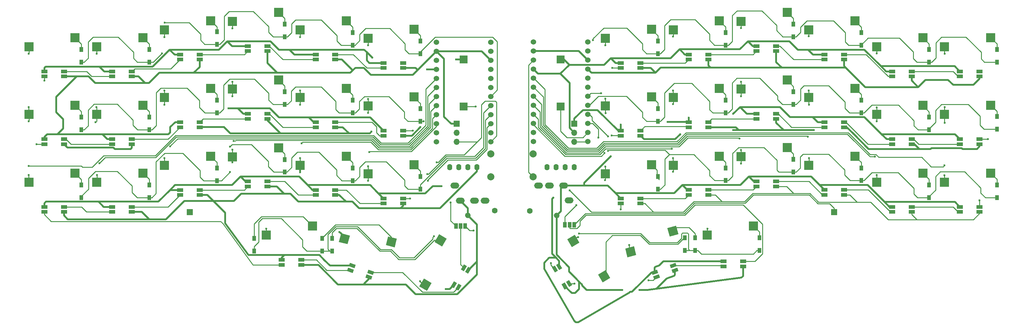
<source format=gbl>
G04 #@! TF.GenerationSoftware,KiCad,Pcbnew,5.1.9*
G04 #@! TF.CreationDate,2021-03-29T09:48:20-06:00*
G04 #@! TF.ProjectId,corne-cherry,636f726e-652d-4636-9865-7272792e6b69,3.0.1*
G04 #@! TF.SameCoordinates,Original*
G04 #@! TF.FileFunction,Copper,L2,Bot*
G04 #@! TF.FilePolarity,Positive*
%FSLAX46Y46*%
G04 Gerber Fmt 4.6, Leading zero omitted, Abs format (unit mm)*
G04 Created by KiCad (PCBNEW 5.1.9) date 2021-03-29 09:48:20*
%MOMM*%
%LPD*%
G01*
G04 APERTURE LIST*
G04 #@! TA.AperFunction,SMDPad,CuDef*
%ADD10R,2.200000X2.200000*%
G04 #@! TD*
G04 #@! TA.AperFunction,SMDPad,CuDef*
%ADD11R,1.000000X1.500000*%
G04 #@! TD*
G04 #@! TA.AperFunction,SMDPad,CuDef*
%ADD12R,1.700000X1.000000*%
G04 #@! TD*
G04 #@! TA.AperFunction,SMDPad,CuDef*
%ADD13C,0.100000*%
G04 #@! TD*
G04 #@! TA.AperFunction,ComponentPad*
%ADD14R,1.700000X1.700000*%
G04 #@! TD*
G04 #@! TA.AperFunction,SMDPad,CuDef*
%ADD15R,2.550000X2.500000*%
G04 #@! TD*
G04 #@! TA.AperFunction,ComponentPad*
%ADD16C,1.600000*%
G04 #@! TD*
G04 #@! TA.AperFunction,ComponentPad*
%ADD17C,1.524000*%
G04 #@! TD*
G04 #@! TA.AperFunction,ComponentPad*
%ADD18O,1.700000X1.700000*%
G04 #@! TD*
G04 #@! TA.AperFunction,ComponentPad*
%ADD19C,2.000000*%
G04 #@! TD*
G04 #@! TA.AperFunction,ComponentPad*
%ADD20O,1.397000X1.778000*%
G04 #@! TD*
G04 #@! TA.AperFunction,ComponentPad*
%ADD21O,2.500000X1.700000*%
G04 #@! TD*
G04 #@! TA.AperFunction,SMDPad,CuDef*
%ADD22R,1.000000X1.400000*%
G04 #@! TD*
G04 #@! TA.AperFunction,ViaPad*
%ADD23C,0.600000*%
G04 #@! TD*
G04 #@! TA.AperFunction,Conductor*
%ADD24C,0.250000*%
G04 #@! TD*
G04 #@! TA.AperFunction,Conductor*
%ADD25C,0.254000*%
G04 #@! TD*
G04 #@! TA.AperFunction,Conductor*
%ADD26C,0.508000*%
G04 #@! TD*
G04 #@! TA.AperFunction,Conductor*
%ADD27C,0.500000*%
G04 #@! TD*
G04 APERTURE END LIST*
D10*
X161987500Y-49990000D03*
X161987500Y-36790000D03*
X134812500Y-50020000D03*
X134812500Y-36820000D03*
D11*
X163206500Y-83178000D03*
X164506500Y-83178000D03*
X165806500Y-83178000D03*
X132663000Y-83559000D03*
X133963000Y-83559000D03*
X135263000Y-83559000D03*
D12*
X279364500Y-78175000D03*
X279364500Y-79575000D03*
X273864500Y-78175000D03*
X273864500Y-79575000D03*
X273864500Y-60575000D03*
X273864500Y-59175000D03*
X279364500Y-60575000D03*
X279364500Y-59175000D03*
X279364500Y-40175000D03*
X279364500Y-41575000D03*
X273864500Y-40175000D03*
X273864500Y-41575000D03*
X260364500Y-78175000D03*
X260364500Y-79575000D03*
X254864500Y-78175000D03*
X254864500Y-79575000D03*
X254864500Y-60575000D03*
X254864500Y-59175000D03*
X260364500Y-60575000D03*
X260364500Y-59175000D03*
X260364500Y-40175000D03*
X260364500Y-41575000D03*
X254864500Y-40175000D03*
X254864500Y-41575000D03*
X241364500Y-73425000D03*
X241364500Y-74825000D03*
X235864500Y-73425000D03*
X235864500Y-74825000D03*
X235864500Y-55825000D03*
X235864500Y-54425000D03*
X241364500Y-55825000D03*
X241364500Y-54425000D03*
X241364500Y-35425000D03*
X241364500Y-36825000D03*
X235864500Y-35425000D03*
X235864500Y-36825000D03*
X207603500Y-94863500D03*
X207603500Y-93463500D03*
X213103500Y-94863500D03*
X213103500Y-93463500D03*
X222364500Y-71050000D03*
X222364500Y-72450000D03*
X216864500Y-71050000D03*
X216864500Y-72450000D03*
X216864500Y-53450000D03*
X216864500Y-52050000D03*
X222364500Y-53450000D03*
X222364500Y-52050000D03*
X222364500Y-33050000D03*
X222364500Y-34450000D03*
X216864500Y-33050000D03*
X216864500Y-34450000D03*
G04 #@! TA.AperFunction,SMDPad,CuDef*
D13*
G36*
X189459488Y-97096777D02*
G01*
X189801508Y-98036469D01*
X188204030Y-98617903D01*
X187862010Y-97678211D01*
X189459488Y-97096777D01*
G37*
G04 #@! TD.AperFunction*
G04 #@! TA.AperFunction,SMDPad,CuDef*
G36*
X188980660Y-95781208D02*
G01*
X189322680Y-96720900D01*
X187725202Y-97302334D01*
X187383182Y-96362642D01*
X188980660Y-95781208D01*
G37*
G04 #@! TD.AperFunction*
G04 #@! TA.AperFunction,SMDPad,CuDef*
G36*
X194627798Y-95215666D02*
G01*
X194969818Y-96155358D01*
X193372340Y-96736792D01*
X193030320Y-95797100D01*
X194627798Y-95215666D01*
G37*
G04 #@! TD.AperFunction*
G04 #@! TA.AperFunction,SMDPad,CuDef*
G36*
X194148970Y-93900097D02*
G01*
X194490990Y-94839789D01*
X192893512Y-95421223D01*
X192551492Y-94481531D01*
X194148970Y-93900097D01*
G37*
G04 #@! TD.AperFunction*
D12*
X203364500Y-73425000D03*
X203364500Y-74825000D03*
X197864500Y-73425000D03*
X197864500Y-74825000D03*
X197864500Y-55825000D03*
X197864500Y-54425000D03*
X203364500Y-55825000D03*
X203364500Y-54425000D03*
X203364500Y-35425000D03*
X203364500Y-36825000D03*
X197864500Y-35425000D03*
X197864500Y-36825000D03*
G04 #@! TA.AperFunction,SMDPad,CuDef*
D13*
G36*
X161224295Y-96110552D02*
G01*
X160358269Y-96610552D01*
X159508269Y-95138308D01*
X160374295Y-94638308D01*
X161224295Y-96110552D01*
G37*
G04 #@! TD.AperFunction*
G04 #@! TA.AperFunction,SMDPad,CuDef*
G36*
X162436731Y-95410552D02*
G01*
X161570705Y-95910552D01*
X160720705Y-94438308D01*
X161586731Y-93938308D01*
X162436731Y-95410552D01*
G37*
G04 #@! TD.AperFunction*
G04 #@! TA.AperFunction,SMDPad,CuDef*
G36*
X163974295Y-100873692D02*
G01*
X163108269Y-101373692D01*
X162258269Y-99901448D01*
X163124295Y-99401448D01*
X163974295Y-100873692D01*
G37*
G04 #@! TD.AperFunction*
G04 #@! TA.AperFunction,SMDPad,CuDef*
G36*
X165186731Y-100173692D02*
G01*
X164320705Y-100673692D01*
X163470705Y-99201448D01*
X164336731Y-98701448D01*
X165186731Y-100173692D01*
G37*
G04 #@! TD.AperFunction*
D12*
X184364500Y-75800000D03*
X184364500Y-77200000D03*
X178864500Y-75800000D03*
X178864500Y-77200000D03*
X178864500Y-58200000D03*
X178864500Y-56800000D03*
X184364500Y-58200000D03*
X184364500Y-56800000D03*
X184357500Y-37805000D03*
X184357500Y-39205000D03*
X178857500Y-37805000D03*
X178857500Y-39205000D03*
D14*
X238614500Y-79625000D03*
X58107500Y-79630000D03*
D15*
X120949500Y-47325000D03*
X108022500Y-49865000D03*
X101949500Y-44950000D03*
X89022500Y-47490000D03*
G04 #@! TA.AperFunction,SMDPad,CuDef*
D13*
G36*
X133325905Y-99731648D02*
G01*
X134191931Y-100231648D01*
X133341931Y-101703892D01*
X132475905Y-101203892D01*
X133325905Y-99731648D01*
G37*
G04 #@! TD.AperFunction*
G04 #@! TA.AperFunction,SMDPad,CuDef*
G36*
X132113469Y-99031648D02*
G01*
X132979495Y-99531648D01*
X132129495Y-101003892D01*
X131263469Y-100503892D01*
X132113469Y-99031648D01*
G37*
G04 #@! TD.AperFunction*
G04 #@! TA.AperFunction,SMDPad,CuDef*
G36*
X136075905Y-94968508D02*
G01*
X136941931Y-95468508D01*
X136091931Y-96940752D01*
X135225905Y-96440752D01*
X136075905Y-94968508D01*
G37*
G04 #@! TD.AperFunction*
G04 #@! TA.AperFunction,SMDPad,CuDef*
G36*
X134863469Y-94268508D02*
G01*
X135729495Y-94768508D01*
X134879495Y-96240752D01*
X134013469Y-95740752D01*
X134863469Y-94268508D01*
G37*
G04 #@! TD.AperFunction*
D12*
X117857500Y-75805000D03*
X117857500Y-77205000D03*
X112357500Y-75805000D03*
X112357500Y-77205000D03*
X112357500Y-58205000D03*
X112357500Y-56805000D03*
X117857500Y-58205000D03*
X117857500Y-56805000D03*
X117857500Y-37805000D03*
X117857500Y-39205000D03*
X112357500Y-37805000D03*
X112357500Y-39205000D03*
G04 #@! TA.AperFunction,SMDPad,CuDef*
D13*
G36*
X109727418Y-96362642D02*
G01*
X109385398Y-97302334D01*
X107787920Y-96720900D01*
X108129940Y-95781208D01*
X109727418Y-96362642D01*
G37*
G04 #@! TD.AperFunction*
G04 #@! TA.AperFunction,SMDPad,CuDef*
G36*
X109248590Y-97678211D02*
G01*
X108906570Y-98617903D01*
X107309092Y-98036469D01*
X107651112Y-97096777D01*
X109248590Y-97678211D01*
G37*
G04 #@! TD.AperFunction*
G04 #@! TA.AperFunction,SMDPad,CuDef*
G36*
X104559108Y-94481531D02*
G01*
X104217088Y-95421223D01*
X102619610Y-94839789D01*
X102961630Y-93900097D01*
X104559108Y-94481531D01*
G37*
G04 #@! TD.AperFunction*
G04 #@! TA.AperFunction,SMDPad,CuDef*
G36*
X104080280Y-95797100D02*
G01*
X103738260Y-96736792D01*
X102140782Y-96155358D01*
X102482802Y-95215666D01*
X104080280Y-95797100D01*
G37*
G04 #@! TD.AperFunction*
D12*
X98857500Y-73430000D03*
X98857500Y-74830000D03*
X93357500Y-73430000D03*
X93357500Y-74830000D03*
X93357500Y-55830000D03*
X93357500Y-54430000D03*
X98857500Y-55830000D03*
X98857500Y-54430000D03*
X98857500Y-35430000D03*
X98857500Y-36830000D03*
X93357500Y-35430000D03*
X93357500Y-36830000D03*
X83857500Y-94455000D03*
X83857500Y-93055000D03*
X89357500Y-94455000D03*
X89357500Y-93055000D03*
X79857500Y-71055000D03*
X79857500Y-72455000D03*
X74357500Y-71055000D03*
X74357500Y-72455000D03*
X74357500Y-53455000D03*
X74357500Y-52055000D03*
X79857500Y-53455000D03*
X79857500Y-52055000D03*
X79857500Y-33055000D03*
X79857500Y-34455000D03*
X74357500Y-33055000D03*
X74357500Y-34455000D03*
X60857500Y-73430000D03*
X60857500Y-74830000D03*
X55357500Y-73430000D03*
X55357500Y-74830000D03*
X55357500Y-55830000D03*
X55357500Y-54430000D03*
X60857500Y-55830000D03*
X60857500Y-54430000D03*
X60857500Y-35430000D03*
X60857500Y-36830000D03*
X55357500Y-35430000D03*
X55357500Y-36830000D03*
X41857500Y-78180000D03*
X41857500Y-79580000D03*
X36357500Y-78180000D03*
X36357500Y-79580000D03*
X36357500Y-60580000D03*
X36357500Y-59180000D03*
X41857500Y-60580000D03*
X41857500Y-59180000D03*
X41857500Y-40180000D03*
X41857500Y-41580000D03*
X36357500Y-40180000D03*
X36357500Y-41580000D03*
X22857500Y-78180000D03*
X22857500Y-79580000D03*
X17357500Y-78180000D03*
X17357500Y-79580000D03*
X17357500Y-60580000D03*
X17357500Y-59180000D03*
X22857500Y-60580000D03*
X22857500Y-59180000D03*
X22857500Y-40180000D03*
X22857500Y-41580000D03*
X17357500Y-40180000D03*
X17357500Y-41580000D03*
G04 #@! TA.AperFunction,ComponentPad*
G36*
G01*
X160073889Y-80454280D02*
X160073889Y-80454280D01*
G75*
G02*
X161000654Y-79805353I787846J-138919D01*
G01*
X161000654Y-79805353D01*
G75*
G02*
X161649581Y-80732118I-138919J-787846D01*
G01*
X161649581Y-80732118D01*
G75*
G02*
X160722816Y-81381045I-787846J138919D01*
G01*
X160722816Y-81381045D01*
G75*
G02*
X160073889Y-80454280I138919J787846D01*
G01*
G37*
G04 #@! TD.AperFunction*
D16*
X153357500Y-79270000D03*
G04 #@! TA.AperFunction,ComponentPad*
G36*
G01*
X136771111Y-80414280D02*
X136771111Y-80414280D01*
G75*
G02*
X136122184Y-81341045I-787846J-138919D01*
G01*
X136122184Y-81341045D01*
G75*
G02*
X135195419Y-80692118I-138919J787846D01*
G01*
X135195419Y-80692118D01*
G75*
G02*
X135844346Y-79765353I787846J138919D01*
G01*
X135844346Y-79765353D01*
G75*
G02*
X136771111Y-80414280I138919J-787846D01*
G01*
G37*
G04 #@! TD.AperFunction*
X143487500Y-79230000D03*
D17*
X154378900Y-31912000D03*
X154378900Y-34452000D03*
X154378900Y-36992000D03*
X154378900Y-39532000D03*
X154378900Y-42072000D03*
X154378900Y-44612000D03*
X154378900Y-47152000D03*
X154378900Y-49692000D03*
X154378900Y-52232000D03*
X154378900Y-54772000D03*
X154378900Y-57312000D03*
X154378900Y-59852000D03*
X169598900Y-59852000D03*
X169598900Y-57312000D03*
X169598900Y-54772000D03*
X169598900Y-52232000D03*
X169598900Y-49692000D03*
X169598900Y-47152000D03*
X169598900Y-44612000D03*
X169598900Y-42072000D03*
X169598900Y-39532000D03*
X169598900Y-36992000D03*
X169598900Y-34452000D03*
X169598900Y-31912000D03*
D15*
X244456500Y-63945000D03*
X231529500Y-66485000D03*
X263456500Y-68695000D03*
X250529500Y-71235000D03*
X282456500Y-49695000D03*
X269529500Y-52235000D03*
X187449500Y-28325000D03*
X174522500Y-30865000D03*
X101949500Y-25950000D03*
X89022500Y-28490000D03*
D18*
X165797500Y-59880000D03*
X165797500Y-57340000D03*
D14*
X165797500Y-54800000D03*
D18*
X132837500Y-59940000D03*
X132837500Y-57400000D03*
D14*
X132837500Y-54860000D03*
D17*
X127203900Y-31942000D03*
X127203900Y-34482000D03*
X127203900Y-37022000D03*
X127203900Y-39562000D03*
X127203900Y-42102000D03*
X127203900Y-44642000D03*
X127203900Y-47182000D03*
X127203900Y-49722000D03*
X127203900Y-52262000D03*
X127203900Y-54802000D03*
X127203900Y-57342000D03*
X127203900Y-59882000D03*
X142423900Y-59882000D03*
X142423900Y-57342000D03*
X142423900Y-54802000D03*
X142423900Y-52262000D03*
X142423900Y-49722000D03*
X142423900Y-47182000D03*
X142423900Y-44642000D03*
X142423900Y-42102000D03*
X142423900Y-39562000D03*
X142423900Y-37022000D03*
X142423900Y-34482000D03*
X142423900Y-31942000D03*
D19*
X154304500Y-63272000D03*
X154304500Y-69772000D03*
X142424500Y-63281000D03*
X142424500Y-69781000D03*
D20*
X165797500Y-67020000D03*
X163257500Y-67020000D03*
X160717500Y-67020000D03*
X158177500Y-67020000D03*
X138568500Y-67028000D03*
X136028500Y-67028000D03*
X133488500Y-67028000D03*
X130948500Y-67028000D03*
D21*
X164337500Y-76370000D03*
X162837500Y-72170000D03*
X158837500Y-72170000D03*
X155837500Y-72170000D03*
X132334500Y-72192000D03*
X133834500Y-76392000D03*
X137834500Y-76392000D03*
X140834500Y-76392000D03*
G04 #@! TA.AperFunction,SMDPad,CuDef*
D13*
G36*
X127934059Y-85826498D02*
G01*
X130099123Y-87076498D01*
X128824123Y-89284862D01*
X126659059Y-88034862D01*
X127934059Y-85826498D01*
G37*
G04 #@! TD.AperFunction*
G04 #@! TA.AperFunction,SMDPad,CuDef*
G36*
X123670263Y-98291608D02*
G01*
X125835327Y-99541608D01*
X124560327Y-101749972D01*
X122395263Y-100499972D01*
X123670263Y-98291608D01*
G37*
G04 #@! TD.AperFunction*
G04 #@! TA.AperFunction,SMDPad,CuDef*
G36*
X175904941Y-98148502D02*
G01*
X173739877Y-99398502D01*
X172464877Y-97190138D01*
X174629941Y-95940138D01*
X175904941Y-98148502D01*
G37*
G04 #@! TD.AperFunction*
G04 #@! TA.AperFunction,SMDPad,CuDef*
G36*
X167241737Y-88223392D02*
G01*
X165076673Y-89473392D01*
X163801673Y-87265028D01*
X165966737Y-86015028D01*
X167241737Y-88223392D01*
G37*
G04 #@! TD.AperFunction*
D15*
X120949500Y-28325000D03*
X108022500Y-30865000D03*
X187456500Y-47320000D03*
X174529500Y-49860000D03*
X187456500Y-66320000D03*
X174529500Y-68860000D03*
X25949500Y-68700000D03*
X13022500Y-71240000D03*
X225456500Y-61570000D03*
X212529500Y-64110000D03*
X44949500Y-68700000D03*
X32022500Y-71240000D03*
X25949500Y-49700000D03*
X13022500Y-52240000D03*
X44949500Y-49700000D03*
X32022500Y-52240000D03*
X25949500Y-30700000D03*
X13022500Y-33240000D03*
X44949500Y-30700000D03*
X32022500Y-33240000D03*
X63949500Y-25950000D03*
X51022500Y-28490000D03*
X82949500Y-23575000D03*
X70022500Y-26115000D03*
X63949500Y-44950000D03*
X51022500Y-47490000D03*
X82949500Y-42575000D03*
X70022500Y-45115000D03*
X63949500Y-63950000D03*
X51022500Y-66490000D03*
X82949500Y-61575000D03*
X70022500Y-64115000D03*
X101949500Y-63950000D03*
X89022500Y-66490000D03*
X120949500Y-66325000D03*
X108022500Y-68865000D03*
X92449500Y-83575000D03*
X79522500Y-86115000D03*
G04 #@! TA.AperFunction,SMDPad,CuDef*
D13*
G36*
X116120318Y-87132705D02*
G01*
X115473271Y-89547520D01*
X113010160Y-88887531D01*
X113657207Y-86472716D01*
X116120318Y-87132705D01*
G37*
G04 #@! TD.AperFunction*
G04 #@! TA.AperFunction,SMDPad,CuDef*
G36*
X102976395Y-86240402D02*
G01*
X102329348Y-88655217D01*
X99866237Y-87995228D01*
X100513284Y-85580413D01*
X102976395Y-86240402D01*
G37*
G04 #@! TD.AperFunction*
D15*
X282456500Y-30695000D03*
X269529500Y-33235000D03*
X263456500Y-30695000D03*
X250529500Y-33235000D03*
X244456500Y-25945000D03*
X231529500Y-28485000D03*
X225456500Y-23570000D03*
X212529500Y-26110000D03*
X206456500Y-25945000D03*
X193529500Y-28485000D03*
X263456500Y-49695000D03*
X250529500Y-52235000D03*
X244456500Y-44945000D03*
X231529500Y-47485000D03*
X225456500Y-42570000D03*
X212529500Y-45110000D03*
X206456500Y-44945000D03*
X193529500Y-47485000D03*
X282456500Y-68695000D03*
X269529500Y-71235000D03*
X206456500Y-63945000D03*
X193529500Y-66485000D03*
X215956500Y-83570000D03*
X203029500Y-86110000D03*
G04 #@! TA.AperFunction,SMDPad,CuDef*
D13*
G36*
X194350670Y-83443674D02*
G01*
X194997717Y-85858489D01*
X192534606Y-86518478D01*
X191887559Y-84103663D01*
X194350670Y-83443674D01*
G37*
G04 #@! TD.AperFunction*
G04 #@! TA.AperFunction,SMDPad,CuDef*
G36*
X182521547Y-89242879D02*
G01*
X183168594Y-91657694D01*
X180705483Y-92317683D01*
X180058436Y-89902868D01*
X182521547Y-89242879D01*
G37*
G04 #@! TD.AperFunction*
D22*
X103707500Y-48255000D03*
X103707500Y-51805000D03*
X65707500Y-48255000D03*
X65707500Y-51805000D03*
X227214500Y-26875000D03*
X227214500Y-30425000D03*
X27734500Y-34001875D03*
X27734500Y-37551875D03*
X46734500Y-34005000D03*
X46734500Y-37555000D03*
X65707500Y-29005000D03*
X65707500Y-32555000D03*
X84707500Y-26880000D03*
X84707500Y-30430000D03*
X103707500Y-29255000D03*
X103707500Y-32805000D03*
X122707500Y-31630000D03*
X122707500Y-35180000D03*
X27734500Y-53001875D03*
X27734500Y-56551875D03*
X46734500Y-53005000D03*
X46734500Y-56555000D03*
X84707500Y-45880000D03*
X84707500Y-49430000D03*
X122707500Y-50630000D03*
X122707500Y-54180000D03*
X27734500Y-72001875D03*
X27734500Y-75551875D03*
X46734500Y-72005000D03*
X46734500Y-75555000D03*
X65707500Y-67255000D03*
X65707500Y-70805000D03*
X84707500Y-64880000D03*
X84707500Y-68430000D03*
X103707500Y-67255000D03*
X103707500Y-70805000D03*
X122707500Y-69630000D03*
X122707500Y-73180000D03*
X76157500Y-86995000D03*
X76157500Y-90545000D03*
X95164500Y-86990000D03*
X95164500Y-90540000D03*
X98007500Y-86990000D03*
X98007500Y-90540000D03*
X284214500Y-34000000D03*
X284214500Y-37550000D03*
X265214500Y-34000000D03*
X265214500Y-37550000D03*
X246214500Y-29250000D03*
X246214500Y-32800000D03*
X208214500Y-29250000D03*
X208214500Y-32800000D03*
X189207500Y-31630000D03*
X189207500Y-35180000D03*
X284214500Y-52850000D03*
X284214500Y-56400000D03*
X265214500Y-53000000D03*
X265214500Y-56550000D03*
X246214500Y-48250000D03*
X246214500Y-51800000D03*
X227214500Y-45875000D03*
X227214500Y-49425000D03*
X208214500Y-48250000D03*
X208214500Y-51800000D03*
X189207500Y-50630000D03*
X189207500Y-54180000D03*
X284214500Y-72000000D03*
X284214500Y-75550000D03*
X265214500Y-72000000D03*
X265214500Y-75550000D03*
X246214500Y-67250000D03*
X246214500Y-70800000D03*
X227214500Y-64875000D03*
X227214500Y-68425000D03*
X208214500Y-67250000D03*
X208214500Y-70800000D03*
X189207500Y-69630000D03*
X189207500Y-73180000D03*
X217714500Y-86860000D03*
X217714500Y-90410000D03*
X199664500Y-86875000D03*
X199664500Y-90425000D03*
X196814500Y-86875000D03*
X196814500Y-90425000D03*
D23*
X50307500Y-35105000D03*
X51107500Y-26505000D03*
X123607500Y-54205000D03*
X124607500Y-69005000D03*
X69382500Y-61305000D03*
X69382500Y-68405000D03*
X126493737Y-86382353D03*
X124807500Y-70805000D03*
X52619500Y-57270000D03*
X68939000Y-50539000D03*
X95799500Y-93084000D03*
X129772000Y-101212000D03*
X124556500Y-39562000D03*
X109210700Y-36340400D03*
X41501490Y-61944010D03*
X67669000Y-55809500D03*
X109007500Y-57079500D03*
X128627500Y-72337000D03*
X122723500Y-55809500D03*
X132670600Y-36820000D03*
X13007500Y-35205000D03*
X13007500Y-50205000D03*
X13007500Y-54205000D03*
X13007500Y-69205000D03*
X13007500Y-66705000D03*
X32007500Y-35205000D03*
X32107500Y-69205000D03*
X31707500Y-54405000D03*
X31964840Y-50194907D03*
X32796949Y-65894449D03*
X51007500Y-30505000D03*
X51007500Y-45505000D03*
X51007500Y-49505000D03*
X51007500Y-64505000D03*
X52577078Y-61174578D03*
X70007500Y-28105000D03*
X70007500Y-43105000D03*
X70007500Y-47105000D03*
X70007500Y-62105000D03*
X70407500Y-59705000D03*
X70007500Y-65705000D03*
X79507500Y-84305000D03*
X89007500Y-30505000D03*
X89007500Y-45505000D03*
X89007500Y-49505000D03*
X89007500Y-64505000D03*
X89407500Y-60305000D03*
X89007500Y-68505000D03*
X100007500Y-85205000D03*
X108007500Y-32805000D03*
X108007500Y-47905000D03*
X108007500Y-51805000D03*
X108007500Y-66805000D03*
X108407504Y-62805000D03*
X108007500Y-70805000D03*
X122607500Y-99005000D03*
X127232000Y-65652000D03*
X131169000Y-76955000D03*
X173357500Y-46265000D03*
X171063762Y-31389024D03*
X175232500Y-58415010D03*
X175232500Y-62500000D03*
X172537500Y-58715000D03*
X167110558Y-85628058D03*
X166411500Y-77717000D03*
X269607500Y-35205000D03*
X269507500Y-69305000D03*
X269617500Y-54555000D03*
X269592510Y-50205000D03*
X269547500Y-66550000D03*
X250507500Y-35105000D03*
X250507500Y-50305000D03*
X250507500Y-54205000D03*
X250507500Y-69205000D03*
X249997500Y-64100010D03*
X231507500Y-30305000D03*
X231507500Y-45505000D03*
X231607500Y-49505000D03*
X231607500Y-64505000D03*
X231234449Y-58513051D03*
X212507500Y-28005000D03*
X212507500Y-43105000D03*
X212507500Y-47105000D03*
X212507500Y-62205000D03*
X203087500Y-84335000D03*
X212557500Y-65985000D03*
X212107500Y-59020000D03*
X193507500Y-30405000D03*
X193507500Y-45505000D03*
X193507500Y-49305000D03*
X193507500Y-64505000D03*
X193517500Y-68325000D03*
X181187500Y-88895000D03*
X193137500Y-61875000D03*
X174507500Y-32805000D03*
X174507500Y-47805000D03*
X174607500Y-51905000D03*
X174507500Y-66905000D03*
X174417500Y-70675000D03*
X166887500Y-86675000D03*
X174297500Y-63015000D03*
X179238500Y-101466000D03*
X184064500Y-101466000D03*
X176046298Y-64001000D03*
X187239500Y-59175000D03*
X195494500Y-57778000D03*
X210353500Y-56635000D03*
X232959500Y-56635000D03*
X244008500Y-57651000D03*
X159924500Y-75625000D03*
X164530000Y-73549500D03*
X178864500Y-55118000D03*
X191938500Y-54349000D03*
X197864500Y-53122000D03*
X210353500Y-52063000D03*
X137582500Y-84829000D03*
X17357500Y-42709000D03*
X15154500Y-60572000D03*
X119795500Y-75805000D03*
X120564500Y-56825500D03*
X176475500Y-39205000D03*
X176317500Y-58159000D03*
X159299500Y-93973000D03*
X178857500Y-78860000D03*
X165903070Y-99687570D03*
X186604500Y-98799000D03*
X279364500Y-76370000D03*
X281727500Y-59175000D03*
X138204800Y-50018300D03*
D24*
X122707500Y-34667319D02*
X122707500Y-35180000D01*
X142907500Y-30505000D02*
X126869819Y-30505000D01*
X126869819Y-30505000D02*
X122707500Y-34667319D01*
X144207500Y-31805000D02*
X142907500Y-30505000D01*
X144207500Y-45398400D02*
X144207500Y-31805000D01*
X142423900Y-47182000D02*
X144207500Y-45398400D01*
X42307500Y-36505000D02*
X43357500Y-37555000D01*
X42307500Y-34805000D02*
X42307500Y-36505000D01*
X38007500Y-30505000D02*
X42307500Y-34805000D01*
X29607500Y-31905000D02*
X31007500Y-30505000D01*
X29607500Y-36428875D02*
X29607500Y-31905000D01*
X43357500Y-37555000D02*
X46734500Y-37555000D01*
X31007500Y-30505000D02*
X38007500Y-30505000D01*
X28484500Y-37551875D02*
X29607500Y-36428875D01*
X27734500Y-37551875D02*
X28484500Y-37551875D01*
X47857500Y-37555000D02*
X50307500Y-35105000D01*
X46734500Y-37555000D02*
X47857500Y-37555000D01*
X62257500Y-32555000D02*
X61107500Y-31405000D01*
X61107500Y-31405000D02*
X61107500Y-29705000D01*
X65707500Y-32555000D02*
X62257500Y-32555000D01*
X61107500Y-29705000D02*
X57907500Y-26505000D01*
X57907500Y-26505000D02*
X51531764Y-26505000D01*
X51531764Y-26505000D02*
X51107500Y-26505000D01*
X66457500Y-32555000D02*
X67707500Y-31305000D01*
X65707500Y-32555000D02*
X66457500Y-32555000D01*
X67707500Y-31305000D02*
X67707500Y-24705000D01*
X67707500Y-24705000D02*
X69107500Y-23305000D01*
X69107500Y-23305000D02*
X75907500Y-23305000D01*
X75907500Y-23305000D02*
X80207500Y-27605000D01*
X80207500Y-27605000D02*
X80207500Y-29205000D01*
X83957500Y-30430000D02*
X84707500Y-30430000D01*
X80220686Y-29205000D02*
X81445686Y-30430000D01*
X81445686Y-30430000D02*
X83957500Y-30430000D01*
X80207500Y-29205000D02*
X80220686Y-29205000D01*
X85457500Y-30430000D02*
X86607500Y-29280000D01*
X84707500Y-30430000D02*
X85457500Y-30430000D01*
X86607500Y-29280000D02*
X86607500Y-26805000D01*
X86607500Y-26805000D02*
X87707500Y-25705000D01*
X87707500Y-25705000D02*
X94907500Y-25705000D01*
X94907500Y-25705000D02*
X99307500Y-30105000D01*
X99307500Y-30105000D02*
X99307500Y-31605000D01*
X100507500Y-32805000D02*
X103707500Y-32805000D01*
X99307500Y-31605000D02*
X100507500Y-32805000D01*
X121957500Y-35180000D02*
X122707500Y-35180000D01*
X119482500Y-35180000D02*
X121957500Y-35180000D01*
X118407500Y-34105000D02*
X119482500Y-35180000D01*
X114107500Y-28105000D02*
X118407500Y-32405000D01*
X107407500Y-28105000D02*
X114107500Y-28105000D01*
X118407500Y-32405000D02*
X118407500Y-34105000D01*
X105707500Y-29805000D02*
X107407500Y-28105000D01*
X105707500Y-31505000D02*
X105707500Y-29805000D01*
X104407500Y-32805000D02*
X105707500Y-31505000D01*
X103707500Y-32805000D02*
X104407500Y-32805000D01*
X27734500Y-32751875D02*
X27734500Y-34001875D01*
X27734500Y-32510000D02*
X27734500Y-32751875D01*
X25949500Y-30725000D02*
X27734500Y-32510000D01*
X25949500Y-30700000D02*
X25949500Y-30725000D01*
X122707500Y-54180000D02*
X122832500Y-54180000D01*
X45984500Y-56555000D02*
X46734500Y-56555000D01*
X42207500Y-55305000D02*
X43457500Y-56555000D01*
X42207500Y-53805000D02*
X42207500Y-55305000D01*
X37732501Y-49330001D02*
X42207500Y-53805000D01*
X43457500Y-56555000D02*
X45984500Y-56555000D01*
X31282499Y-49330001D02*
X37732501Y-49330001D01*
X29607500Y-51005000D02*
X31282499Y-49330001D01*
X29607500Y-55428875D02*
X29607500Y-51005000D01*
X28484500Y-56551875D02*
X29607500Y-55428875D01*
X27734500Y-56551875D02*
X28484500Y-56551875D01*
X60807500Y-50305000D02*
X62307500Y-51805000D01*
X48707500Y-46105000D02*
X49932501Y-44879999D01*
X62307500Y-51805000D02*
X65707500Y-51805000D01*
X49932501Y-44879999D02*
X57332501Y-44879999D01*
X60807500Y-48354998D02*
X60807500Y-50305000D01*
X48707500Y-55332000D02*
X48707500Y-46105000D01*
X47484500Y-56555000D02*
X48707500Y-55332000D01*
X57332501Y-44879999D02*
X60807500Y-48354998D01*
X46734500Y-56555000D02*
X47484500Y-56555000D01*
X81432500Y-49430000D02*
X84707500Y-49430000D01*
X80207500Y-46305000D02*
X80207500Y-48205000D01*
X76207500Y-42305000D02*
X80207500Y-46305000D01*
X69307500Y-42305000D02*
X76207500Y-42305000D01*
X67607500Y-44005000D02*
X69307500Y-42305000D01*
X80207500Y-48205000D02*
X81432500Y-49430000D01*
X67607500Y-50655000D02*
X67607500Y-44005000D01*
X66457500Y-51805000D02*
X67607500Y-50655000D01*
X65707500Y-51805000D02*
X66457500Y-51805000D01*
X85457500Y-49430000D02*
X86507500Y-48380000D01*
X84707500Y-49430000D02*
X85457500Y-49430000D01*
X86507500Y-48380000D02*
X86507500Y-45705000D01*
X86507500Y-45705000D02*
X87707500Y-44505000D01*
X87707500Y-44505000D02*
X94907500Y-44505000D01*
X94907500Y-44505000D02*
X99007500Y-48605000D01*
X99007500Y-48605000D02*
X99007500Y-50905000D01*
X99907500Y-51805000D02*
X103707500Y-51805000D01*
X99007500Y-50905000D02*
X99907500Y-51805000D01*
X118207500Y-51505000D02*
X118207500Y-53205000D01*
X118207500Y-53205000D02*
X119182500Y-54180000D01*
X113907500Y-47205000D02*
X118207500Y-51505000D01*
X107007500Y-47205000D02*
X113907500Y-47205000D01*
X105607500Y-48605000D02*
X107007500Y-47205000D01*
X105607500Y-50655000D02*
X105607500Y-48605000D01*
X104457500Y-51805000D02*
X105607500Y-50655000D01*
X119182500Y-54180000D02*
X122707500Y-54180000D01*
X103707500Y-51805000D02*
X104457500Y-51805000D01*
X122707500Y-54180000D02*
X123582500Y-54180000D01*
X123582500Y-54180000D02*
X123607500Y-54205000D01*
X125007500Y-69005000D02*
X124607500Y-69005000D01*
X130007500Y-64005000D02*
X125007500Y-69005000D01*
X142423900Y-49788600D02*
X140407500Y-51805000D01*
X140407500Y-61505000D02*
X137907500Y-64005000D01*
X140407500Y-51805000D02*
X140407500Y-61505000D01*
X137907500Y-64005000D02*
X130007500Y-64005000D01*
X142423900Y-49722000D02*
X142423900Y-49788600D01*
X46734500Y-32520000D02*
X46734500Y-34005000D01*
X44949500Y-30735000D02*
X46734500Y-32520000D01*
X44949500Y-30700000D02*
X44949500Y-30735000D01*
D25*
X141661901Y-53023999D02*
X142423900Y-52262000D01*
X140859511Y-53826389D02*
X141661901Y-53023999D01*
X140859511Y-61818989D02*
X140859511Y-53826389D01*
X138173500Y-64505000D02*
X140859511Y-61818989D01*
X130180900Y-64505000D02*
X138173500Y-64505000D01*
X122707500Y-71978400D02*
X130180900Y-64505000D01*
X122707500Y-73105000D02*
X122707500Y-71978400D01*
D24*
X43357500Y-75555000D02*
X46057500Y-75555000D01*
X41907500Y-72305000D02*
X41907500Y-74105000D01*
X37807500Y-68205000D02*
X41907500Y-72305000D01*
X29707500Y-70205000D02*
X31707500Y-68205000D01*
X41907500Y-74105000D02*
X43357500Y-75555000D01*
X31707500Y-68205000D02*
X37807500Y-68205000D01*
X29707500Y-73205000D02*
X29707500Y-70205000D01*
X46057500Y-75555000D02*
X46734500Y-75555000D01*
X27734500Y-75178000D02*
X29707500Y-73205000D01*
X27734500Y-75551875D02*
X27734500Y-75178000D01*
X84707500Y-68430000D02*
X81632500Y-68430000D01*
X81632500Y-68430000D02*
X80107500Y-66905000D01*
X80107500Y-66905000D02*
X80107500Y-65405000D01*
X80107500Y-65405000D02*
X75407500Y-60705000D01*
X69982500Y-60705000D02*
X69382500Y-61305000D01*
X75407500Y-60705000D02*
X69982500Y-60705000D01*
X69382500Y-68430000D02*
X67007500Y-70805000D01*
X67007500Y-70805000D02*
X65707500Y-70805000D01*
X69382500Y-68405000D02*
X69382500Y-68430000D01*
X100707500Y-70805000D02*
X103707500Y-70805000D01*
X99207500Y-69305000D02*
X100707500Y-70805000D01*
X94207500Y-62805000D02*
X99207500Y-67805000D01*
X88207500Y-62805000D02*
X94207500Y-62805000D01*
X85282500Y-68430000D02*
X86607500Y-67105000D01*
X86607500Y-64405000D02*
X88207500Y-62805000D01*
X86607500Y-67105000D02*
X86607500Y-64405000D01*
X99207500Y-67805000D02*
X99207500Y-69305000D01*
X84707500Y-68430000D02*
X85282500Y-68430000D01*
X119182500Y-73180000D02*
X122707500Y-73180000D01*
X118307500Y-70705000D02*
X118307500Y-72305000D01*
X113107500Y-65505000D02*
X118307500Y-70705000D01*
X118307500Y-72305000D02*
X119182500Y-73180000D01*
X107307500Y-65505000D02*
X113107500Y-65505000D01*
X105707500Y-69555000D02*
X105707500Y-67105000D01*
X105707500Y-67105000D02*
X107307500Y-65505000D01*
X104457500Y-70805000D02*
X105707500Y-69555000D01*
X103707500Y-70805000D02*
X104457500Y-70805000D01*
X51035578Y-63105000D02*
X56107500Y-63105000D01*
X62007500Y-70805000D02*
X64957500Y-70805000D01*
X61007500Y-68005000D02*
X61007500Y-69805000D01*
X48607500Y-65533078D02*
X51035578Y-63105000D01*
X48607500Y-74432000D02*
X48607500Y-65533078D01*
X46734500Y-75555000D02*
X47484500Y-75555000D01*
X47484500Y-75555000D02*
X48607500Y-74432000D01*
X56107500Y-63105000D02*
X61007500Y-68005000D01*
X61007500Y-69805000D02*
X62007500Y-70805000D01*
X64957500Y-70805000D02*
X65707500Y-70805000D01*
X65707500Y-27623000D02*
X65707500Y-29005000D01*
X64034500Y-25950000D02*
X65707500Y-27623000D01*
X63949500Y-25950000D02*
X64034500Y-25950000D01*
X95164500Y-90540000D02*
X98007500Y-90540000D01*
D25*
X141313522Y-62007046D02*
X138315568Y-65005000D01*
X138315568Y-65005000D02*
X130607500Y-65005000D01*
X141313522Y-55912378D02*
X141313522Y-62007046D01*
X142423900Y-54802000D02*
X141313522Y-55912378D01*
D24*
X130357500Y-65005000D02*
X130607500Y-65005000D01*
X124807500Y-70555000D02*
X130357500Y-65005000D01*
X124807500Y-70805000D02*
X124807500Y-70555000D01*
X126193738Y-87218762D02*
X126193738Y-86682352D01*
X111493900Y-90154990D02*
X114557490Y-90154990D01*
X120957511Y-92454989D02*
X126193738Y-87218762D01*
X97257500Y-90540000D02*
X96807500Y-90090000D01*
X116857489Y-92454989D02*
X120957511Y-92454989D01*
X114557490Y-90154990D02*
X116857489Y-92454989D01*
X98993920Y-83754989D02*
X105093900Y-83754989D01*
X126193738Y-86682352D02*
X126493737Y-86382353D01*
X105093900Y-83754989D02*
X111493900Y-90154990D01*
X96807500Y-85941410D02*
X98993920Y-83754989D01*
X96807500Y-90090000D02*
X96807500Y-85941410D01*
X98007500Y-90540000D02*
X97257500Y-90540000D01*
X95207500Y-90540000D02*
X95164500Y-90540000D01*
X90842500Y-90540000D02*
X95207500Y-90540000D01*
X89707500Y-87405000D02*
X89707500Y-89405000D01*
X89707500Y-89405000D02*
X90842500Y-90540000D01*
X83707500Y-81405000D02*
X89707500Y-87405000D01*
X77407500Y-82405000D02*
X78407500Y-81405000D01*
X76157500Y-89295000D02*
X77407500Y-88045000D01*
X77407500Y-88045000D02*
X77407500Y-82405000D01*
X78407500Y-81405000D02*
X83707500Y-81405000D01*
X76157500Y-90545000D02*
X76157500Y-89295000D01*
X82979500Y-23575000D02*
X84707500Y-25303000D01*
X84707500Y-25303000D02*
X84707500Y-26880000D01*
X82949500Y-23575000D02*
X82979500Y-23575000D01*
X103707500Y-27753000D02*
X103707500Y-29255000D01*
X101949500Y-25995000D02*
X103707500Y-27753000D01*
X101949500Y-25950000D02*
X101949500Y-25995000D01*
X122707500Y-30103000D02*
X122707500Y-31630000D01*
X120949500Y-28345000D02*
X122707500Y-30103000D01*
X120949500Y-28325000D02*
X120949500Y-28345000D01*
X27734500Y-51440000D02*
X27734500Y-53001875D01*
X25994500Y-49700000D02*
X27734500Y-51440000D01*
X25949500Y-49700000D02*
X25994500Y-49700000D01*
X46734500Y-51450000D02*
X46734500Y-53005000D01*
X44984500Y-49700000D02*
X46734500Y-51450000D01*
X44949500Y-49700000D02*
X44984500Y-49700000D01*
X64044500Y-44950000D02*
X65707500Y-46613000D01*
X63949500Y-44950000D02*
X64044500Y-44950000D01*
X65707500Y-46613000D02*
X65707500Y-48255000D01*
X82999500Y-42575000D02*
X84707500Y-44283000D01*
X84707500Y-44283000D02*
X84707500Y-45880000D01*
X82949500Y-42575000D02*
X82999500Y-42575000D01*
X101949500Y-45045000D02*
X103707500Y-46803000D01*
X101949500Y-44950000D02*
X101949500Y-45045000D01*
X103707500Y-46803000D02*
X103707500Y-48255000D01*
X120949500Y-47447000D02*
X122707500Y-49205000D01*
X122707500Y-49205000D02*
X122707500Y-50630000D01*
X120949500Y-47325000D02*
X120949500Y-47447000D01*
X27734500Y-70500000D02*
X27734500Y-72001875D01*
X25949500Y-68715000D02*
X27734500Y-70500000D01*
X25949500Y-68700000D02*
X25949500Y-68715000D01*
X45014500Y-68700000D02*
X46734500Y-70420000D01*
X46734500Y-70420000D02*
X46734500Y-72005000D01*
X44949500Y-68700000D02*
X45014500Y-68700000D01*
X65707500Y-65713000D02*
X65707500Y-67255000D01*
X63949500Y-63955000D02*
X65707500Y-65713000D01*
X63949500Y-63950000D02*
X63949500Y-63955000D01*
X84707500Y-63313000D02*
X84707500Y-64880000D01*
X82969500Y-61575000D02*
X84707500Y-63313000D01*
X82949500Y-61575000D02*
X82969500Y-61575000D01*
X103707500Y-65753000D02*
X103707500Y-67255000D01*
X101949500Y-63995000D02*
X103707500Y-65753000D01*
X101949500Y-63950000D02*
X101949500Y-63995000D01*
X122707500Y-68133000D02*
X122707500Y-69630000D01*
X120949500Y-66375000D02*
X122707500Y-68133000D01*
X120949500Y-66325000D02*
X120949500Y-66375000D01*
X92449500Y-83547000D02*
X92449500Y-83575000D01*
X89857490Y-80954990D02*
X92449500Y-83547000D01*
X78157510Y-80954990D02*
X89857490Y-80954990D01*
X76157500Y-82955000D02*
X78157510Y-80954990D01*
X76157500Y-86995000D02*
X76157500Y-82955000D01*
X114565239Y-86716023D02*
X114565239Y-88010118D01*
X95164500Y-86948000D02*
X98907500Y-83205000D01*
X98907500Y-83205000D02*
X111054216Y-83205000D01*
X95164500Y-86990000D02*
X95164500Y-86948000D01*
X111054216Y-83205000D02*
X114565239Y-86716023D01*
X126556820Y-87555680D02*
X128379091Y-87555680D01*
X121207500Y-92905000D02*
X126556820Y-87555680D01*
X116607500Y-92905000D02*
X121207500Y-92905000D01*
X114307501Y-90605001D02*
X116607500Y-92905000D01*
X98007500Y-86990000D02*
X98007500Y-85377820D01*
X99180320Y-84205000D02*
X104907500Y-84205000D01*
X111307500Y-90605001D02*
X114307501Y-90605001D01*
X98007500Y-85377820D02*
X99180320Y-84205000D01*
X104907500Y-84205000D02*
X111307500Y-90605001D01*
D26*
X139883900Y-34482000D02*
X142423900Y-37022000D01*
X127203900Y-34482000D02*
X139883900Y-34482000D01*
D27*
X132837500Y-54860000D02*
X131317500Y-54860000D01*
X131317500Y-54860000D02*
X129337500Y-52880000D01*
X129337500Y-36615600D02*
X127203900Y-34482000D01*
X129337500Y-52880000D02*
X129337500Y-36615600D01*
D26*
X106825421Y-39161499D02*
X104459201Y-39161499D01*
X108804922Y-41141000D02*
X106825421Y-39161499D01*
X120544900Y-41141000D02*
X108804922Y-41141000D01*
X31633822Y-43452400D02*
X29761422Y-41580000D01*
X49520700Y-40556800D02*
X46625100Y-43452400D01*
X41857500Y-41580000D02*
X43660500Y-41580000D01*
X43660500Y-41580000D02*
X45532900Y-43452400D01*
X45532900Y-43452400D02*
X31633822Y-43452400D01*
X46625100Y-43452400D02*
X45532900Y-43452400D01*
X60857500Y-38897400D02*
X59198100Y-40556800D01*
X60857500Y-36830000D02*
X60857500Y-38897400D01*
X59198100Y-40556800D02*
X49520700Y-40556800D01*
X79857500Y-37822800D02*
X82591500Y-40556800D01*
X79857500Y-34455000D02*
X79857500Y-37822800D01*
X82591500Y-40556800D02*
X59198100Y-40556800D01*
X103063900Y-40556800D02*
X82591500Y-40556800D01*
X100657900Y-36830000D02*
X103724300Y-39896400D01*
X98857500Y-36830000D02*
X100657900Y-36830000D01*
X103724300Y-39896400D02*
X103063900Y-40556800D01*
X104459201Y-39161499D02*
X103724300Y-39896400D01*
X121320900Y-39205000D02*
X121900900Y-39785000D01*
X117857500Y-39205000D02*
X121320900Y-39205000D01*
X121900900Y-39785000D02*
X120544900Y-41141000D01*
X127203900Y-34482000D02*
X121900900Y-39785000D01*
X120544900Y-41141000D02*
X120544900Y-41141000D01*
X17357500Y-58553081D02*
X18094591Y-57815990D01*
X17357500Y-59180000D02*
X17357500Y-58553081D01*
X49279510Y-57815990D02*
X52073510Y-57815990D01*
X52073510Y-57815990D02*
X52619500Y-57270000D01*
X52619500Y-57270000D02*
X52619500Y-57270000D01*
X108618490Y-53065990D02*
X112357500Y-56805000D01*
X80508702Y-50539000D02*
X83035692Y-53065990D01*
X92795020Y-54430000D02*
X91431010Y-53065990D01*
X93357500Y-54430000D02*
X92795020Y-54430000D01*
X91431010Y-53065990D02*
X108618490Y-53065990D01*
X83035692Y-53065990D02*
X91431010Y-53065990D01*
X73058500Y-52055000D02*
X71542500Y-50539000D01*
X74357500Y-52055000D02*
X73058500Y-52055000D01*
X71542500Y-50539000D02*
X80508702Y-50539000D01*
X68939000Y-50539000D02*
X71542500Y-50539000D01*
X53999500Y-54430000D02*
X55357500Y-54430000D01*
X52619500Y-55810000D02*
X53999500Y-54430000D01*
X52619500Y-57270000D02*
X52619500Y-55810000D01*
X34971500Y-59180000D02*
X33607490Y-57815990D01*
X36357500Y-59180000D02*
X34971500Y-59180000D01*
X33607490Y-57815990D02*
X49279510Y-57815990D01*
X22857500Y-80588000D02*
X23923500Y-81654000D01*
X22857500Y-79580000D02*
X22857500Y-80588000D01*
X51413000Y-81654000D02*
X56556500Y-76510500D01*
X70463000Y-76510500D02*
X72495000Y-74478500D01*
X86274500Y-74478500D02*
X88497000Y-76701000D01*
X117857500Y-77831919D02*
X117857500Y-77205000D01*
X117120409Y-78569010D02*
X117857500Y-77831919D01*
X103610000Y-76701000D02*
X105478010Y-78569010D01*
X99961000Y-74830000D02*
X101832000Y-76701000D01*
X98857500Y-74830000D02*
X99961000Y-74830000D01*
X101832000Y-76701000D02*
X103610000Y-76701000D01*
X88497000Y-76701000D02*
X101832000Y-76701000D01*
X82473000Y-72455000D02*
X84496500Y-74478500D01*
X84496500Y-74478500D02*
X86274500Y-74478500D01*
X79857500Y-72455000D02*
X82473000Y-72455000D01*
X72495000Y-74478500D02*
X84496500Y-74478500D01*
X63004000Y-74830000D02*
X64684500Y-76510500D01*
X60857500Y-74830000D02*
X63004000Y-74830000D01*
X64684500Y-76510500D02*
X70463000Y-76510500D01*
X56556500Y-76510500D02*
X64684500Y-76510500D01*
X44640000Y-79580000D02*
X46714000Y-81654000D01*
X41857500Y-79580000D02*
X44640000Y-79580000D01*
X46714000Y-81654000D02*
X51413000Y-81654000D01*
X23923500Y-81654000D02*
X46714000Y-81654000D01*
X97376160Y-94660660D02*
X103589359Y-94660660D01*
X84594591Y-91690990D02*
X94406490Y-91690990D01*
X83857500Y-92428081D02*
X84594591Y-91690990D01*
X83857500Y-93055000D02*
X83857500Y-92428081D01*
X94406490Y-91690990D02*
X95799500Y-93084000D01*
X95799500Y-93084000D02*
X97376160Y-94660660D01*
X130927252Y-101212000D02*
X132121482Y-100017770D01*
X129772000Y-101212000D02*
X130927252Y-101212000D01*
X105478010Y-78569010D02*
X117120409Y-78569010D01*
X138568500Y-68202148D02*
X138568500Y-67028000D01*
X128201638Y-78569010D02*
X138568500Y-68202148D01*
X117120409Y-78569010D02*
X128201638Y-78569010D01*
X67986500Y-79812500D02*
X64684500Y-76510500D01*
X67986500Y-82755189D02*
X67986500Y-79812500D01*
X74508859Y-91699001D02*
X67986500Y-82755189D01*
X84586580Y-91699001D02*
X74508859Y-91699001D01*
X84594591Y-91690990D02*
X84586580Y-91699001D01*
X27415500Y-41580000D02*
X26399500Y-41580000D01*
X29761422Y-41580000D02*
X27415500Y-41580000D01*
X27415500Y-41580000D02*
X22857500Y-41580000D01*
X22611501Y-56226499D02*
X21022010Y-57815990D01*
X22611501Y-53578079D02*
X22611501Y-56226499D01*
X20693499Y-51660077D02*
X22611501Y-53578079D01*
X20693499Y-47286001D02*
X20693499Y-51660077D01*
X26399500Y-41580000D02*
X20693499Y-47286001D01*
X21022010Y-57815990D02*
X33607490Y-57815990D01*
X18094591Y-57815990D02*
X21022010Y-57815990D01*
D27*
X133834500Y-76392000D02*
X134234500Y-76392000D01*
X135983265Y-78540765D02*
X133834500Y-76392000D01*
X135983265Y-80553199D02*
X135983265Y-78540765D01*
D26*
X127203900Y-39562000D02*
X124556500Y-39562000D01*
X124556500Y-39562000D02*
X124556500Y-39562000D01*
X17357500Y-39172000D02*
X17357500Y-40180000D01*
X17713510Y-38815990D02*
X17357500Y-39172000D01*
X52462432Y-34065990D02*
X47712432Y-38815990D01*
X66213712Y-34065990D02*
X52462432Y-34065990D01*
X68588712Y-31690990D02*
X66213712Y-34065990D01*
X80660692Y-31690990D02*
X68588712Y-31690990D01*
X83035692Y-34065990D02*
X80660692Y-31690990D01*
X36357500Y-40180000D02*
X34157900Y-40180000D01*
X32793890Y-38815990D02*
X17713510Y-38815990D01*
X34157900Y-40180000D02*
X32793890Y-38815990D01*
X47712432Y-38815990D02*
X32793890Y-38815990D01*
X53826442Y-35430000D02*
X52462432Y-34065990D01*
X55357500Y-35430000D02*
X53826442Y-35430000D01*
X69952722Y-33055000D02*
X68588712Y-31690990D01*
X74357500Y-33055000D02*
X69952722Y-33055000D01*
X87370700Y-35430000D02*
X86006690Y-34065990D01*
X93357500Y-35430000D02*
X87370700Y-35430000D01*
X86006690Y-34065990D02*
X83035692Y-34065990D01*
X106936290Y-34065990D02*
X86006690Y-34065990D01*
X112357500Y-37805000D02*
X108414700Y-37805000D01*
X107674000Y-37064300D02*
X107674000Y-34803700D01*
X108414700Y-37805000D02*
X107674000Y-37064300D01*
X107674000Y-34803700D02*
X106936290Y-34065990D01*
X109210700Y-36340400D02*
X107674000Y-34803700D01*
X41857500Y-61588000D02*
X41857500Y-60580000D01*
X37094591Y-61944010D02*
X41501490Y-61944010D01*
X41501490Y-61944010D02*
X41857500Y-61588000D01*
X36684582Y-61534001D02*
X37094591Y-61944010D01*
X23811501Y-61534001D02*
X36684582Y-61534001D01*
X22857500Y-60580000D02*
X23811501Y-61534001D01*
X41501490Y-61944010D02*
X41501490Y-61944010D01*
X60878000Y-55809500D02*
X60857500Y-55830000D01*
X67669000Y-55809500D02*
X60878000Y-55809500D01*
X67669000Y-55809500D02*
X69425458Y-57565959D01*
X100943082Y-55830000D02*
X102679041Y-57565959D01*
X98857500Y-55830000D02*
X100943082Y-55830000D01*
X102679041Y-57565959D02*
X105917541Y-57565959D01*
X79857500Y-53921418D02*
X83502041Y-57565959D01*
X79857500Y-53455000D02*
X79857500Y-53921418D01*
X83502041Y-57565959D02*
X102679041Y-57565959D01*
X69425458Y-57565959D02*
X83502041Y-57565959D01*
X105917541Y-57565959D02*
X108521041Y-57565959D01*
X108521041Y-57565959D02*
X109007500Y-57079500D01*
X109007500Y-57079500D02*
X109007500Y-57079500D01*
X17357500Y-77172000D02*
X17820499Y-76709001D01*
X17357500Y-78180000D02*
X17357500Y-77172000D01*
X53952510Y-72065990D02*
X69954510Y-72065990D01*
X72329510Y-69690990D02*
X88725990Y-69690990D01*
X69954510Y-72065990D02*
X72329510Y-69690990D01*
X91100990Y-72065990D02*
X108618490Y-72065990D01*
X88725990Y-69690990D02*
X91100990Y-72065990D01*
X92465000Y-73430000D02*
X91100990Y-72065990D01*
X93357500Y-73430000D02*
X92465000Y-73430000D01*
X73693520Y-71055000D02*
X72329510Y-69690990D01*
X74357500Y-71055000D02*
X73693520Y-71055000D01*
X55357500Y-73430000D02*
X52588500Y-73430000D01*
X52556000Y-73462500D02*
X53952510Y-72065990D01*
X52588500Y-73430000D02*
X52556000Y-73462500D01*
X49309499Y-76709001D02*
X52556000Y-73462500D01*
X33952998Y-78180000D02*
X32481999Y-76709001D01*
X36357500Y-78180000D02*
X33952998Y-78180000D01*
X32481999Y-76709001D02*
X49309499Y-76709001D01*
X17820499Y-76709001D02*
X32481999Y-76709001D01*
X136083918Y-95954630D02*
X138535000Y-93503548D01*
X138535000Y-83104934D02*
X135983265Y-80553199D01*
X138535000Y-93503548D02*
X138535000Y-83104934D01*
X99616158Y-99942000D02*
X94129158Y-94455000D01*
X121307992Y-102653992D02*
X118596000Y-99942000D01*
X133033901Y-102653992D02*
X121307992Y-102653992D01*
X138535000Y-97152893D02*
X133033901Y-102653992D01*
X94129158Y-94455000D02*
X89357500Y-94455000D01*
X138535000Y-93503548D02*
X138535000Y-97152893D01*
X106912000Y-99756269D02*
X106912000Y-99942000D01*
X108278841Y-97857340D02*
X108278841Y-98389428D01*
X106912000Y-99942000D02*
X99616158Y-99942000D01*
X108278841Y-98389428D02*
X106912000Y-99756269D01*
X118596000Y-99942000D02*
X106912000Y-99942000D01*
X49309499Y-76709001D02*
X49309499Y-76709001D01*
X128627500Y-72337000D02*
X126135000Y-72337000D01*
X110993490Y-74440990D02*
X110622500Y-74070000D01*
X126135000Y-72337000D02*
X124031010Y-74440990D01*
X110622500Y-74070000D02*
X112357500Y-75805000D01*
X124031010Y-74440990D02*
X110993490Y-74440990D01*
X108618490Y-72065990D02*
X110622500Y-74070000D01*
X120328000Y-58205000D02*
X122723500Y-55809500D01*
X117857500Y-58205000D02*
X120328000Y-58205000D01*
X134812500Y-36820000D02*
X132670600Y-36820000D01*
X132670600Y-36820000D02*
X132670600Y-36820000D01*
D24*
X13022500Y-35190000D02*
X13007500Y-35205000D01*
X13022500Y-33240000D02*
X13022500Y-35190000D01*
X13007500Y-52225000D02*
X13022500Y-52240000D01*
X13007500Y-50205000D02*
X13007500Y-52225000D01*
X13022500Y-54190000D02*
X13007500Y-54205000D01*
X13022500Y-52240000D02*
X13022500Y-54190000D01*
X13007500Y-71225000D02*
X13022500Y-71240000D01*
X13007500Y-69205000D02*
X13007500Y-71225000D01*
D25*
X124234502Y-45071398D02*
X124234502Y-55267658D01*
X124234502Y-55267658D02*
X120948173Y-58553987D01*
X127203900Y-42102000D02*
X124234502Y-45071398D01*
D24*
X13431764Y-66705000D02*
X13007500Y-66705000D01*
X27707500Y-66705000D02*
X13431764Y-66705000D01*
X28022500Y-67020000D02*
X27707500Y-66705000D01*
X30787500Y-67020000D02*
X28022500Y-67020000D01*
X34002500Y-63805000D02*
X30787500Y-67020000D01*
X48420688Y-63805000D02*
X34002500Y-63805000D01*
X54080720Y-58144968D02*
X48420688Y-63805000D01*
X109570843Y-58144967D02*
X54080720Y-58144968D01*
X111689829Y-60263953D02*
X109570843Y-58144967D01*
X119248547Y-60263953D02*
X111689829Y-60263953D01*
X120907500Y-58605000D02*
X119248547Y-60263953D01*
X32022500Y-35190000D02*
X32007500Y-35205000D01*
X32022500Y-33240000D02*
X32022500Y-35190000D01*
X32107500Y-71155000D02*
X32022500Y-71240000D01*
X32107500Y-69205000D02*
X32107500Y-71155000D01*
X31707500Y-54405000D02*
X32022500Y-54190000D01*
X32022500Y-54190000D02*
X32022500Y-52240000D01*
X32022500Y-50252567D02*
X31964840Y-50194907D01*
X32022500Y-52240000D02*
X32022500Y-50252567D01*
D25*
X54267950Y-58596978D02*
X48559928Y-64305000D01*
X48559928Y-64305000D02*
X45807500Y-64305000D01*
X124688510Y-47157390D02*
X124688510Y-55515201D01*
X127203900Y-44642000D02*
X124688510Y-47157390D01*
X111502599Y-60715963D02*
X109383614Y-58596978D01*
X124688510Y-55515201D02*
X119487747Y-60715964D01*
X119487747Y-60715964D02*
X111502599Y-60715963D01*
X109383614Y-58596978D02*
X54267950Y-58596978D01*
D24*
X34386398Y-64305000D02*
X33096948Y-65594450D01*
X45807500Y-64305000D02*
X34386398Y-64305000D01*
X33096948Y-65594450D02*
X32796949Y-65894449D01*
X51022500Y-30490000D02*
X51007500Y-30505000D01*
X51022500Y-28490000D02*
X51022500Y-30490000D01*
X51007500Y-47475000D02*
X51022500Y-47490000D01*
X51007500Y-45505000D02*
X51007500Y-47475000D01*
X51022500Y-49490000D02*
X51007500Y-49505000D01*
X51022500Y-47490000D02*
X51022500Y-49490000D01*
X51007500Y-66475000D02*
X51022500Y-66490000D01*
X51007500Y-64505000D02*
X51007500Y-66475000D01*
D25*
X54700667Y-59050989D02*
X52877077Y-60874579D01*
X125142521Y-49243379D02*
X125142521Y-55703259D01*
X127203900Y-47182000D02*
X125142521Y-49243379D01*
X119675805Y-61169975D02*
X111314543Y-61169975D01*
X111314543Y-61169975D02*
X109195557Y-59050989D01*
X109195557Y-59050989D02*
X54700667Y-59050989D01*
X125142521Y-55703259D02*
X119675805Y-61169975D01*
X52877077Y-60874579D02*
X52577078Y-61174578D01*
D24*
X70022500Y-28090000D02*
X70007500Y-28105000D01*
X70022500Y-26115000D02*
X70022500Y-28090000D01*
X70007500Y-45100000D02*
X70022500Y-45115000D01*
X70007500Y-43105000D02*
X70007500Y-45100000D01*
X70022500Y-47090000D02*
X70007500Y-47105000D01*
X70022500Y-45115000D02*
X70022500Y-47090000D01*
X70007500Y-64100000D02*
X70022500Y-64115000D01*
X70007500Y-62105000D02*
X70007500Y-64100000D01*
X70022500Y-65690000D02*
X70007500Y-65705000D01*
X70022500Y-64115000D02*
X70022500Y-65690000D01*
X79507500Y-86100000D02*
X79522500Y-86115000D01*
X79507500Y-84305000D02*
X79507500Y-86100000D01*
D25*
X70831764Y-59705000D02*
X70407500Y-59705000D01*
X119863862Y-61623986D02*
X111126486Y-61623986D01*
X109007500Y-59505000D02*
X71031764Y-59505000D01*
X125596532Y-55891316D02*
X119863862Y-61623986D01*
X125596532Y-51329368D02*
X125596532Y-55891316D01*
X127203900Y-49722000D02*
X125596532Y-51329368D01*
X71031764Y-59505000D02*
X70831764Y-59705000D01*
X111126486Y-61623986D02*
X109007500Y-59505000D01*
D24*
X89022500Y-30490000D02*
X89007500Y-30505000D01*
X89022500Y-28490000D02*
X89022500Y-30490000D01*
X89007500Y-47475000D02*
X89022500Y-47490000D01*
X89007500Y-45505000D02*
X89007500Y-47475000D01*
X89022500Y-49490000D02*
X89007500Y-49505000D01*
X89022500Y-47490000D02*
X89022500Y-49490000D01*
X89007500Y-66475000D02*
X89022500Y-66490000D01*
X89007500Y-64505000D02*
X89007500Y-66475000D01*
D27*
X89022500Y-68490000D02*
X89007500Y-68505000D01*
X89022500Y-66490000D02*
X89022500Y-68490000D01*
X100307499Y-85504999D02*
X100007500Y-85205000D01*
X101807500Y-87005000D02*
X100307499Y-85504999D01*
D25*
X126441901Y-53023999D02*
X127203900Y-52262000D01*
X120024919Y-62105000D02*
X126050543Y-56079376D01*
X126050543Y-56079376D02*
X126050543Y-53415357D01*
X110907500Y-62105000D02*
X120024919Y-62105000D01*
X126050543Y-53415357D02*
X126441901Y-53023999D01*
X89407500Y-60305000D02*
X89707500Y-60005000D01*
X110907500Y-62105000D02*
X108807500Y-60005000D01*
X89707500Y-60005000D02*
X108807500Y-60005000D01*
D24*
X108022500Y-32790000D02*
X108007500Y-32805000D01*
X108022500Y-30865000D02*
X108022500Y-32790000D01*
X108007500Y-49850000D02*
X108022500Y-49865000D01*
X108007500Y-47905000D02*
X108007500Y-49850000D01*
X108022500Y-51790000D02*
X108007500Y-51805000D01*
X108022500Y-49865000D02*
X108022500Y-51790000D01*
X108007500Y-68850000D02*
X108022500Y-68865000D01*
X108007500Y-66805000D02*
X108007500Y-68850000D01*
D25*
X108607504Y-62605000D02*
X108407504Y-62805000D01*
X120195953Y-62605000D02*
X108607504Y-62605000D01*
X127203900Y-55597053D02*
X120195953Y-62605000D01*
X127203900Y-54802000D02*
X127203900Y-55597053D01*
D24*
X108022500Y-70790000D02*
X108007500Y-70805000D01*
X108022500Y-68865000D02*
X108022500Y-70790000D01*
X123931085Y-100205000D02*
X124115295Y-100020790D01*
X123707500Y-100205000D02*
X123931085Y-100205000D01*
X122607500Y-99105000D02*
X123707500Y-100205000D01*
X122607500Y-99005000D02*
X122607500Y-99105000D01*
X143677500Y-48480000D02*
X144037500Y-48840000D01*
X144037500Y-48840000D02*
X144037500Y-58268400D01*
X144037500Y-58268400D02*
X142423900Y-59882000D01*
X140807500Y-48480000D02*
X143677500Y-48480000D01*
X139782501Y-49504999D02*
X140807500Y-48480000D01*
X139782501Y-58754999D02*
X139782501Y-49504999D01*
X138607500Y-59930000D02*
X139782501Y-58754999D01*
X132847500Y-59930000D02*
X132837500Y-59940000D01*
X138607500Y-59930000D02*
X132847500Y-59930000D01*
X138607500Y-59930000D02*
X138605500Y-59930000D01*
X134980510Y-63554990D02*
X129821100Y-63554990D01*
X138605500Y-59930000D02*
X134980510Y-63554990D01*
X129821100Y-63554990D02*
X127724090Y-65652000D01*
X127724090Y-65652000D02*
X127232000Y-65652000D01*
X127232000Y-65652000D02*
X127232000Y-65652000D01*
X131169000Y-82065000D02*
X132663000Y-83559000D01*
X131169000Y-76955000D02*
X131169000Y-82065000D01*
X284214500Y-32420000D02*
X284214500Y-34000000D01*
X282489500Y-30695000D02*
X284214500Y-32420000D01*
X282456500Y-30695000D02*
X282489500Y-30695000D01*
X280682500Y-37550000D02*
X284214500Y-37550000D01*
X275557500Y-30575000D02*
X279797500Y-34815000D01*
X279797500Y-34815000D02*
X279797500Y-36665000D01*
X267117500Y-32155000D02*
X268697500Y-30575000D01*
X279797500Y-36665000D02*
X280682500Y-37550000D01*
X265964500Y-37550000D02*
X267117500Y-36397000D01*
X268697500Y-30575000D02*
X275557500Y-30575000D01*
X267117500Y-36397000D02*
X267117500Y-32155000D01*
X265214500Y-37550000D02*
X265964500Y-37550000D01*
X189957500Y-35180000D02*
X191087500Y-34050000D01*
X189207500Y-35180000D02*
X189957500Y-35180000D01*
X191087500Y-34050000D02*
X191087500Y-27345000D01*
X191087500Y-27345000D02*
X192767500Y-25665000D01*
X192767500Y-25665000D02*
X199647500Y-25665000D01*
X199647500Y-25665000D02*
X203697500Y-29715000D01*
X203697500Y-29715000D02*
X203697500Y-31415000D01*
X205082500Y-32800000D02*
X208214500Y-32800000D01*
X203697500Y-31415000D02*
X205082500Y-32800000D01*
X208964500Y-32800000D02*
X210067500Y-31697000D01*
X208214500Y-32800000D02*
X208964500Y-32800000D01*
X210067500Y-28205000D02*
X210097500Y-28175000D01*
X210067500Y-31697000D02*
X210067500Y-28205000D01*
X210097500Y-28175000D02*
X210097500Y-24435000D01*
X210097500Y-24435000D02*
X211397500Y-23135000D01*
X211397500Y-23135000D02*
X218347500Y-23135000D01*
X218347500Y-23135000D02*
X222487500Y-27275000D01*
X226464500Y-30425000D02*
X227214500Y-30425000D01*
X224197500Y-30425000D02*
X226464500Y-30425000D01*
X222487500Y-28715000D02*
X224197500Y-30425000D01*
X222487500Y-27275000D02*
X222487500Y-28715000D01*
X256917500Y-30825000D02*
X259947500Y-33855000D01*
X238453498Y-25945000D02*
X241747500Y-29239002D01*
X241747500Y-31915000D02*
X242632500Y-32800000D01*
X242632500Y-32800000D02*
X246112500Y-32800000D01*
X227214500Y-30425000D02*
X227964500Y-30425000D01*
X241747500Y-29239002D02*
X241747500Y-31915000D01*
X259947500Y-33855000D02*
X259947500Y-33915000D01*
X248087500Y-30825000D02*
X256917500Y-30825000D01*
X230959498Y-25945000D02*
X238453498Y-25945000D01*
X229197500Y-29192000D02*
X229197500Y-27706998D01*
X229197500Y-27706998D02*
X230959498Y-25945000D01*
X227964500Y-30425000D02*
X229197500Y-29192000D01*
X246112500Y-32800000D02*
X248087500Y-30825000D01*
X259947500Y-33855000D02*
X260757500Y-34665000D01*
X264464500Y-37550000D02*
X265214500Y-37550000D01*
X261762500Y-37550000D02*
X264464500Y-37550000D01*
X260757500Y-36545000D02*
X261762500Y-37550000D01*
X260757500Y-34665000D02*
X260757500Y-36545000D01*
X170485900Y-46265000D02*
X173357500Y-46265000D01*
X169598900Y-47152000D02*
X170485900Y-46265000D01*
X171063762Y-30964760D02*
X174063522Y-27965000D01*
X171063762Y-31389024D02*
X171063762Y-30964760D01*
X174063522Y-27965000D02*
X180487500Y-27965000D01*
X180487500Y-27965000D02*
X184897500Y-32375000D01*
X184897500Y-32375000D02*
X184897500Y-34035000D01*
X186042500Y-35180000D02*
X189207500Y-35180000D01*
X184897500Y-34035000D02*
X186042500Y-35180000D01*
X265214500Y-32490000D02*
X265214500Y-34000000D01*
X263456500Y-30732000D02*
X265214500Y-32490000D01*
X263456500Y-30695000D02*
X263456500Y-30732000D01*
X246214500Y-27770000D02*
X246214500Y-29250000D01*
X244456500Y-26012000D02*
X246214500Y-27770000D01*
X244456500Y-25945000D02*
X244456500Y-26012000D01*
X227214500Y-25330000D02*
X227214500Y-26875000D01*
X225456500Y-23572000D02*
X227214500Y-25330000D01*
X225456500Y-23570000D02*
X225456500Y-23572000D01*
X208214500Y-27690000D02*
X208214500Y-29250000D01*
X206469500Y-25945000D02*
X208214500Y-27690000D01*
X206456500Y-25945000D02*
X206469500Y-25945000D01*
X189207500Y-30143000D02*
X189207500Y-31630000D01*
X187456500Y-28392000D02*
X189207500Y-30143000D01*
X187456500Y-28320000D02*
X187456500Y-28392000D01*
X279457500Y-55265000D02*
X280592500Y-56400000D01*
X279457500Y-52699002D02*
X279457500Y-55265000D01*
X276213498Y-49455000D02*
X279457500Y-52699002D01*
X267027500Y-51095000D02*
X268667500Y-49455000D01*
X265214500Y-56550000D02*
X265214500Y-56248000D01*
X265214500Y-56248000D02*
X267027500Y-54435000D01*
X268667500Y-49455000D02*
X276213498Y-49455000D01*
X280592500Y-56400000D02*
X284214500Y-56400000D01*
X267027500Y-54435000D02*
X267027500Y-51095000D01*
X208964500Y-51800000D02*
X210047500Y-50717000D01*
X208214500Y-51800000D02*
X208964500Y-51800000D01*
X210047500Y-50717000D02*
X210047500Y-43385000D01*
X210047500Y-43385000D02*
X211367500Y-42065000D01*
X211367500Y-42065000D02*
X217767500Y-42065000D01*
X217767500Y-42065000D02*
X222757500Y-47055000D01*
X222757500Y-47055000D02*
X222757500Y-48065000D01*
X224117500Y-49425000D02*
X227214500Y-49425000D01*
X222757500Y-48065000D02*
X224117500Y-49425000D01*
X227964500Y-49425000D02*
X229167500Y-48222000D01*
X227214500Y-49425000D02*
X227964500Y-49425000D01*
X229167500Y-48222000D02*
X229167500Y-45095000D01*
X229167500Y-45095000D02*
X230097500Y-44165000D01*
X230097500Y-44165000D02*
X237067500Y-44165000D01*
X237067500Y-44165000D02*
X241647500Y-48745000D01*
X241647500Y-48745000D02*
X241647500Y-50505000D01*
X242942500Y-51800000D02*
X246214500Y-51800000D01*
X241647500Y-50505000D02*
X242942500Y-51800000D01*
X262122500Y-56550000D02*
X265214500Y-56550000D01*
X260987500Y-53985000D02*
X260987500Y-55415000D01*
X249159500Y-49605000D02*
X256607500Y-49605000D01*
X256607500Y-49605000D02*
X260987500Y-53985000D01*
X260987500Y-55415000D02*
X262122500Y-56550000D01*
X246964500Y-51800000D02*
X249159500Y-49605000D01*
X246214500Y-51800000D02*
X246964500Y-51800000D01*
X184957500Y-53055000D02*
X186082500Y-54180000D01*
X184957500Y-51655000D02*
X184957500Y-53055000D01*
X180457500Y-47155000D02*
X184957500Y-51655000D01*
X172527500Y-47155000D02*
X180457500Y-47155000D01*
X186082500Y-54180000D02*
X189207500Y-54180000D01*
X169990500Y-49692000D02*
X172527500Y-47155000D01*
X169598900Y-49692000D02*
X169990500Y-49692000D01*
X203757500Y-50915000D02*
X204642500Y-51800000D01*
X203757500Y-48555000D02*
X203757500Y-50915000D01*
X198697500Y-43495000D02*
X203757500Y-48555000D01*
X191127500Y-46220000D02*
X193852500Y-43495000D01*
X193852500Y-43495000D02*
X198697500Y-43495000D01*
X204642500Y-51800000D02*
X208214500Y-51800000D01*
X191127500Y-53010000D02*
X191127500Y-46220000D01*
X189957500Y-54180000D02*
X191127500Y-53010000D01*
X189207500Y-54180000D02*
X189957500Y-54180000D01*
X284214500Y-51390000D02*
X284214500Y-51600000D01*
X282519500Y-49695000D02*
X284214500Y-51390000D01*
X284214500Y-51600000D02*
X284214500Y-52850000D01*
X282456500Y-49695000D02*
X282519500Y-49695000D01*
X265214500Y-51530000D02*
X265214500Y-53000000D01*
X263456500Y-49772000D02*
X265214500Y-51530000D01*
X263456500Y-49695000D02*
X263456500Y-49772000D01*
X246214500Y-46610000D02*
X246214500Y-48250000D01*
X244549500Y-44945000D02*
X246214500Y-46610000D01*
X244456500Y-44945000D02*
X244549500Y-44945000D01*
X227214500Y-44400000D02*
X227214500Y-45875000D01*
X225456500Y-42642000D02*
X227214500Y-44400000D01*
X225456500Y-42570000D02*
X225456500Y-42642000D01*
X208214500Y-46730000D02*
X208214500Y-48250000D01*
X206456500Y-44972000D02*
X208214500Y-46730000D01*
X206456500Y-44945000D02*
X206456500Y-44972000D01*
X189207500Y-49003000D02*
X189207500Y-50630000D01*
X187524500Y-47320000D02*
X189207500Y-49003000D01*
X187456500Y-47320000D02*
X187524500Y-47320000D01*
X265214500Y-75288000D02*
X265214500Y-75550000D01*
X267027500Y-69675000D02*
X267027500Y-73475000D01*
X268357500Y-68345000D02*
X267027500Y-69675000D01*
X279697500Y-72885000D02*
X275157500Y-68345000D01*
X279697500Y-74275000D02*
X279697500Y-72885000D01*
X283409500Y-75605000D02*
X281027500Y-75605000D01*
X281027500Y-75605000D02*
X279697500Y-74275000D01*
X283464500Y-75550000D02*
X283409500Y-75605000D01*
X267027500Y-73475000D02*
X265214500Y-75288000D01*
X275157500Y-68345000D02*
X268357500Y-68345000D01*
X284214500Y-75550000D02*
X283464500Y-75550000D01*
X189957500Y-73180000D02*
X191147500Y-71990000D01*
X189207500Y-73180000D02*
X189957500Y-73180000D01*
X191147500Y-71990000D02*
X191147500Y-64785000D01*
X191147500Y-64785000D02*
X192437500Y-63495000D01*
X192437500Y-63495000D02*
X199307500Y-63495000D01*
X199307500Y-63495000D02*
X203757500Y-67945000D01*
X203757500Y-67945000D02*
X203757500Y-69395000D01*
X205162500Y-70800000D02*
X208214500Y-70800000D01*
X203757500Y-69395000D02*
X205162500Y-70800000D01*
X223087500Y-68425000D02*
X227687500Y-68425000D01*
X222577500Y-67915000D02*
X223087500Y-68425000D01*
X222577500Y-65115000D02*
X222577500Y-67915000D01*
X218967500Y-61505000D02*
X222577500Y-65115000D01*
X210167500Y-63155000D02*
X211817500Y-61505000D01*
X227687500Y-68425000D02*
X227214500Y-68425000D01*
X210167500Y-69597000D02*
X210167500Y-63155000D01*
X208964500Y-70800000D02*
X210167500Y-69597000D01*
X211817500Y-61505000D02*
X218967500Y-61505000D01*
X208214500Y-70800000D02*
X208964500Y-70800000D01*
X227964500Y-68425000D02*
X229137500Y-67252000D01*
X227214500Y-68425000D02*
X227964500Y-68425000D01*
X229137500Y-67252000D02*
X229137500Y-64155000D01*
X229137500Y-64155000D02*
X229907500Y-63385000D01*
X229907500Y-63385000D02*
X237097500Y-63385000D01*
X237097500Y-63385000D02*
X241527500Y-67815000D01*
X241527500Y-67815000D02*
X241527500Y-69275000D01*
X243052500Y-70800000D02*
X246214500Y-70800000D01*
X241527500Y-69275000D02*
X243052500Y-70800000D01*
X264464500Y-75550000D02*
X265214500Y-75550000D01*
X261932500Y-75550000D02*
X264464500Y-75550000D01*
X260957500Y-74575000D02*
X261932500Y-75550000D01*
X260957500Y-72965000D02*
X260957500Y-74575000D01*
X249207500Y-68557000D02*
X256549500Y-68557000D01*
X256549500Y-68557000D02*
X260957500Y-72965000D01*
X246964500Y-70800000D02*
X249207500Y-68557000D01*
X246214500Y-70800000D02*
X246964500Y-70800000D01*
X191247500Y-62305000D02*
X192437500Y-63495000D01*
X175427500Y-62305000D02*
X191247500Y-62305000D01*
X175232500Y-62500000D02*
X175427500Y-62305000D01*
X170747500Y-53930010D02*
X175232500Y-58415010D01*
X170747500Y-52985000D02*
X170747500Y-53930010D01*
X169994500Y-52232000D02*
X170747500Y-52985000D01*
X169598900Y-52232000D02*
X169994500Y-52232000D01*
X284214500Y-70430000D02*
X284214500Y-72000000D01*
X282479500Y-68695000D02*
X284214500Y-70430000D01*
X282456500Y-68695000D02*
X282479500Y-68695000D01*
X263469500Y-68695000D02*
X265214500Y-70440000D01*
X265214500Y-70440000D02*
X265214500Y-72000000D01*
X263456500Y-68695000D02*
X263469500Y-68695000D01*
X244469500Y-63945000D02*
X246214500Y-65690000D01*
X246214500Y-65690000D02*
X246214500Y-67250000D01*
X244456500Y-63945000D02*
X244469500Y-63945000D01*
X227214500Y-63350000D02*
X227214500Y-64875000D01*
X225456500Y-61592000D02*
X227214500Y-63350000D01*
X225456500Y-61570000D02*
X225456500Y-61592000D01*
X206489500Y-63945000D02*
X208214500Y-65670000D01*
X208214500Y-65670000D02*
X208214500Y-67250000D01*
X206456500Y-63945000D02*
X206489500Y-63945000D01*
D25*
X189614500Y-70482000D02*
X188777500Y-69645000D01*
D24*
X188964728Y-67870228D02*
X188964728Y-69192990D01*
X187456500Y-66362000D02*
X188964728Y-67870228D01*
X188964728Y-69192990D02*
X188964729Y-69192991D01*
X187456500Y-66320000D02*
X187456500Y-66362000D01*
X215956500Y-83570000D02*
X216072500Y-83570000D01*
X217714500Y-85212000D02*
X217714500Y-86860000D01*
X216072500Y-83570000D02*
X217714500Y-85212000D01*
X216964500Y-90410000D02*
X215969500Y-91405000D01*
X217714500Y-90410000D02*
X216964500Y-90410000D01*
X200414500Y-90425000D02*
X199664500Y-90425000D01*
X201394500Y-91405000D02*
X200414500Y-90425000D01*
X215969500Y-91405000D02*
X201394500Y-91405000D01*
X199664500Y-90425000D02*
X198914500Y-90425000D01*
X198167500Y-90405000D02*
X196814500Y-90425000D01*
X198914500Y-90425000D02*
X198167500Y-90405000D01*
X172537500Y-56375000D02*
X172537500Y-58715000D01*
X170934500Y-54772000D02*
X172537500Y-56375000D01*
X169598900Y-54772000D02*
X170934500Y-54772000D01*
X197797500Y-90035000D02*
X198167500Y-90405000D01*
X196139498Y-85465000D02*
X197489502Y-85465000D01*
X194647500Y-88185000D02*
X195807500Y-87025000D01*
X167110558Y-85628058D02*
X184420558Y-85628058D01*
X186977500Y-88185000D02*
X194647500Y-88185000D01*
X195807500Y-87025000D02*
X195807500Y-85796998D01*
X184420558Y-85628058D02*
X186977500Y-88185000D01*
X195807500Y-85796998D02*
X196139498Y-85465000D01*
X197489502Y-85465000D02*
X197797500Y-85772998D01*
X197797500Y-85772998D02*
X197797500Y-90035000D01*
X194483671Y-83940043D02*
X197979543Y-83940043D01*
X199664500Y-85625000D02*
X199664500Y-86875000D01*
X197979543Y-83940043D02*
X199664500Y-85625000D01*
X193442638Y-84981076D02*
X194483671Y-83940043D01*
X174647500Y-97206729D02*
X174184909Y-97669320D01*
X174647500Y-88020000D02*
X174647500Y-97206729D01*
X184326089Y-86170000D02*
X176497500Y-86170000D01*
X176497500Y-86170000D02*
X174647500Y-88020000D01*
X196814500Y-86875000D02*
X196627500Y-86875000D01*
X194867489Y-88635011D02*
X186791100Y-88635011D01*
X196627500Y-86875000D02*
X194867489Y-88635011D01*
X186791100Y-88635011D02*
X184326089Y-86170000D01*
X169600000Y-31910900D02*
X169598900Y-31912000D01*
X169570900Y-59880000D02*
X169598900Y-59852000D01*
X165797500Y-59880000D02*
X169570900Y-59880000D01*
X163206500Y-80922000D02*
X163206500Y-83178000D01*
X166411500Y-77717000D02*
X163206500Y-80922000D01*
X152979499Y-38391401D02*
X154378900Y-36992000D01*
X152979499Y-68446999D02*
X152979499Y-38391401D01*
X154304500Y-69772000D02*
X152979499Y-68446999D01*
X269529500Y-35127000D02*
X269607500Y-35205000D01*
X269529500Y-33235000D02*
X269529500Y-35127000D01*
X269507500Y-71213000D02*
X269529500Y-71235000D01*
X269507500Y-69305000D02*
X269507500Y-71213000D01*
X269529500Y-54467000D02*
X269617500Y-54555000D01*
X269529500Y-52235000D02*
X269529500Y-54467000D01*
X269529500Y-52235000D02*
X269529500Y-50268010D01*
X269529500Y-50268010D02*
X269592510Y-50205000D01*
D25*
X242591479Y-57383979D02*
X243787500Y-58580000D01*
X172177110Y-61674944D02*
X173976088Y-59875966D01*
X173976088Y-59875966D02*
X194593158Y-59875966D01*
X154383900Y-42073000D02*
X154450500Y-42073000D01*
X194593158Y-59875966D02*
X197085145Y-57383979D01*
X154450500Y-42073000D02*
X157567501Y-45190001D01*
X197085145Y-57383979D02*
X242591479Y-57383979D01*
X157567501Y-45190001D02*
X157567501Y-55070001D01*
X164172444Y-61674944D02*
X172177110Y-61674944D01*
X157567501Y-55070001D02*
X164172444Y-61674944D01*
D24*
X269147500Y-66950000D02*
X269547500Y-66550000D01*
X265817500Y-66950000D02*
X269147500Y-66950000D01*
X250297501Y-63475009D02*
X251097492Y-64275000D01*
X251097492Y-64275000D02*
X263142500Y-64275000D01*
X263142500Y-64275000D02*
X265817500Y-66950000D01*
X248692509Y-63475009D02*
X250297501Y-63475009D01*
X243787500Y-58570000D02*
X248692509Y-63475009D01*
X250529500Y-35083000D02*
X250507500Y-35105000D01*
X250529500Y-33235000D02*
X250529500Y-35083000D01*
X250507500Y-52213000D02*
X250529500Y-52235000D01*
X250507500Y-50305000D02*
X250507500Y-52213000D01*
X250529500Y-54183000D02*
X250507500Y-54205000D01*
X250529500Y-52235000D02*
X250529500Y-54183000D01*
X250507500Y-71213000D02*
X250529500Y-71235000D01*
X250507500Y-69205000D02*
X250507500Y-71213000D01*
X248647510Y-64100010D02*
X249997500Y-64100010D01*
X248377500Y-63830000D02*
X248647510Y-64100010D01*
D25*
X243496865Y-58970125D02*
X243607500Y-59040000D01*
X157113491Y-47342591D02*
X157113491Y-55288059D01*
X163954387Y-62128955D02*
X172365167Y-62128955D01*
X154383900Y-44613000D02*
X157113491Y-47342591D01*
X157113491Y-55288059D02*
X163954387Y-62128955D01*
X174164145Y-60329977D02*
X194781216Y-60329976D01*
X243607500Y-59040000D02*
X248417500Y-63850000D01*
X197273203Y-57837989D02*
X242364729Y-57837989D01*
X172365167Y-62128955D02*
X174164145Y-60329977D01*
X194781216Y-60329976D02*
X197273203Y-57837989D01*
X242364729Y-57837989D02*
X243496865Y-58970125D01*
D24*
X231529500Y-30283000D02*
X231507500Y-30305000D01*
X231529500Y-28485000D02*
X231529500Y-30283000D01*
X231507500Y-47463000D02*
X231529500Y-47485000D01*
X231507500Y-45505000D02*
X231507500Y-47463000D01*
X231529500Y-49427000D02*
X231607500Y-49505000D01*
X231529500Y-47485000D02*
X231529500Y-49427000D01*
X231607500Y-66407000D02*
X231529500Y-66485000D01*
X231607500Y-64505000D02*
X231607500Y-66407000D01*
D25*
X194969272Y-60783988D02*
X197453260Y-58300000D01*
X197453260Y-58300000D02*
X231021398Y-58300000D01*
X231021398Y-58300000D02*
X231234449Y-58513051D01*
X156659480Y-49428580D02*
X156659480Y-55476116D01*
X172553225Y-62582965D02*
X174352202Y-60783988D01*
X156659480Y-55476116D02*
X163766330Y-62582966D01*
X163766330Y-62582966D02*
X172553225Y-62582965D01*
X174352202Y-60783988D02*
X194969272Y-60783988D01*
X154383900Y-47153000D02*
X156659480Y-49428580D01*
D24*
X212529500Y-27983000D02*
X212507500Y-28005000D01*
X212529500Y-26110000D02*
X212529500Y-27983000D01*
X212507500Y-45088000D02*
X212529500Y-45110000D01*
X212507500Y-43105000D02*
X212507500Y-45088000D01*
X212529500Y-47083000D02*
X212507500Y-47105000D01*
X212529500Y-45110000D02*
X212529500Y-47083000D01*
X212507500Y-64088000D02*
X212529500Y-64110000D01*
X212507500Y-62205000D02*
X212507500Y-64088000D01*
X203029500Y-84393000D02*
X203087500Y-84335000D01*
X203029500Y-86110000D02*
X203029500Y-84393000D01*
X212557500Y-64138000D02*
X212529500Y-64110000D01*
X212557500Y-65985000D02*
X212557500Y-64138000D01*
D25*
X163578273Y-63036977D02*
X172741281Y-63036977D01*
X156205469Y-51514569D02*
X156205469Y-55664173D01*
X156205469Y-55664173D02*
X163578273Y-63036977D01*
X172741281Y-63036977D02*
X174540259Y-61237999D01*
X174540259Y-61237999D02*
X195200705Y-61237999D01*
X154383900Y-49693000D02*
X156205469Y-51514569D01*
X195200705Y-61237999D02*
X196432683Y-60006021D01*
D24*
X197628704Y-58810000D02*
X211897500Y-58810000D01*
X211897500Y-58810000D02*
X212107500Y-59020000D01*
X196432683Y-60006021D02*
X197628704Y-58810000D01*
X193529500Y-30383000D02*
X193507500Y-30405000D01*
X193529500Y-28485000D02*
X193529500Y-30383000D01*
X193507500Y-47463000D02*
X193529500Y-47485000D01*
X193507500Y-45505000D02*
X193507500Y-47463000D01*
X193529500Y-49283000D02*
X193507500Y-49305000D01*
X193529500Y-47485000D02*
X193529500Y-49283000D01*
X193507500Y-66463000D02*
X193529500Y-66485000D01*
X193507500Y-64505000D02*
X193507500Y-66463000D01*
X193529500Y-68313000D02*
X193517500Y-68325000D01*
X193529500Y-66485000D02*
X193529500Y-68313000D01*
X181187500Y-90354266D02*
X181613515Y-90780281D01*
X181187500Y-88895000D02*
X181187500Y-90354266D01*
X174562509Y-61854989D02*
X192693225Y-61854989D01*
X172974749Y-63490989D02*
X172974749Y-63442749D01*
X172974749Y-63442749D02*
X174562509Y-61854989D01*
X192693225Y-61854989D02*
X192713236Y-61875000D01*
X192713236Y-61875000D02*
X193137500Y-61875000D01*
D25*
X163390217Y-63490989D02*
X172974749Y-63490989D01*
X155751460Y-53600560D02*
X155751460Y-55852232D01*
X155751460Y-55852232D02*
X163390217Y-63490989D01*
X154383900Y-52233000D02*
X155751460Y-53600560D01*
D24*
X174529500Y-32783000D02*
X174507500Y-32805000D01*
X174529500Y-30860000D02*
X174529500Y-32783000D01*
X174507500Y-49838000D02*
X174529500Y-49860000D01*
X174507500Y-47805000D02*
X174507500Y-49838000D01*
X174529500Y-51827000D02*
X174607500Y-51905000D01*
X174529500Y-49860000D02*
X174529500Y-51827000D01*
X174507500Y-68838000D02*
X174529500Y-68860000D01*
X174507500Y-66905000D02*
X174507500Y-68838000D01*
X174529500Y-70563000D02*
X174417500Y-70675000D01*
X174529500Y-68860000D02*
X174529500Y-70563000D01*
X166590915Y-86675000D02*
X165521705Y-87744210D01*
X166887500Y-86675000D02*
X166590915Y-86675000D01*
X173367500Y-63945000D02*
X174297500Y-63015000D01*
X173162804Y-63945000D02*
X173367500Y-63945000D01*
D25*
X163202160Y-63945000D02*
X173162804Y-63945000D01*
X154383900Y-55126740D02*
X163202160Y-63945000D01*
X154383900Y-54773000D02*
X154383900Y-55126740D01*
D27*
X154378900Y-39532000D02*
X155651900Y-40805000D01*
X162702500Y-72305000D02*
X162837500Y-72170000D01*
X164497499Y-56039999D02*
X164497499Y-43389999D01*
X165797500Y-57340000D02*
X164497499Y-56039999D01*
X161912500Y-40805000D02*
X161872500Y-40805000D01*
X155651900Y-40805000D02*
X161872500Y-40805000D01*
X164497499Y-43389999D02*
X161912500Y-40805000D01*
X162087501Y-72919999D02*
X162837500Y-72170000D01*
X162087501Y-79367433D02*
X162087501Y-72919999D01*
X160861735Y-80593199D02*
X162087501Y-79367433D01*
D26*
X226044490Y-31685990D02*
X228419490Y-34060990D01*
X214474510Y-31685990D02*
X226044490Y-31685990D01*
X195315499Y-33954001D02*
X212206499Y-33954001D01*
X251712343Y-38704001D02*
X272393501Y-38704001D01*
X192828510Y-36440990D02*
X195315499Y-33954001D01*
X272393501Y-38704001D02*
X273864500Y-40175000D01*
X176064510Y-36440990D02*
X192828510Y-36440990D01*
X174189501Y-38315999D02*
X176064510Y-36440990D01*
X164401501Y-38315999D02*
X174189501Y-38315999D01*
X247069332Y-34060990D02*
X251712343Y-38704001D01*
X212206499Y-33954001D02*
X214474510Y-31685990D01*
X161912500Y-40805000D02*
X164401501Y-38315999D01*
X253183342Y-40175000D02*
X251712343Y-38704001D01*
X254864500Y-40175000D02*
X253183342Y-40175000D01*
X232704500Y-35425000D02*
X231340490Y-34060990D01*
X235864500Y-35425000D02*
X232704500Y-35425000D01*
X231340490Y-34060990D02*
X247069332Y-34060990D01*
X228419490Y-34060990D02*
X231340490Y-34060990D01*
X215838520Y-33050000D02*
X214474510Y-31685990D01*
X216864500Y-33050000D02*
X215838520Y-33050000D01*
X196786498Y-35425000D02*
X195315499Y-33954001D01*
X197864500Y-35425000D02*
X196786498Y-35425000D01*
X177428520Y-37805000D02*
X176064510Y-36440990D01*
X178857500Y-37805000D02*
X177428520Y-37805000D01*
X164360499Y-96351921D02*
X166284500Y-98275922D01*
X164360499Y-95111723D02*
X164360499Y-96351921D01*
X160861735Y-91612959D02*
X164360499Y-95111723D01*
X160861735Y-80593199D02*
X160861735Y-91612959D01*
X166284500Y-98275922D02*
X166284500Y-98291000D01*
X166284500Y-98291000D02*
X167173500Y-99180000D01*
X167173500Y-99180000D02*
X167173500Y-101212000D01*
X167173500Y-101212000D02*
X166030500Y-102355000D01*
X165083712Y-102355000D02*
X163116282Y-100387570D01*
X166030500Y-102355000D02*
X165083712Y-102355000D01*
X168000499Y-100223330D02*
X169243169Y-101466000D01*
X168000499Y-100006999D02*
X168000499Y-100223330D01*
X167173500Y-99180000D02*
X168000499Y-100006999D01*
X169243169Y-101466000D02*
X179238500Y-101466000D01*
X179238500Y-101466000D02*
X179238500Y-101466000D01*
X193773948Y-97510079D02*
X194000069Y-97283958D01*
X194000069Y-97283958D02*
X194000069Y-95976229D01*
X191717867Y-98258431D02*
X193773948Y-97510079D01*
X186310436Y-101466000D02*
X188839267Y-101137031D01*
X188839267Y-101137031D02*
X191717867Y-98258431D01*
X184064500Y-101466000D02*
X186310436Y-101466000D01*
X213103500Y-97573000D02*
X213103500Y-94863500D01*
X212634999Y-98041501D02*
X213103500Y-97573000D01*
X188839267Y-101137031D02*
X212634999Y-98041501D01*
X177390579Y-74334001D02*
X193797499Y-74334001D01*
X175226578Y-72170000D02*
X177390579Y-74334001D01*
X196070510Y-72060990D02*
X212326510Y-72060990D01*
X193797499Y-74334001D02*
X196070510Y-72060990D01*
X252763288Y-76810990D02*
X272500490Y-76810990D01*
X248013288Y-72060990D02*
X252763288Y-76810990D01*
X234505499Y-72060990D02*
X248013288Y-72060990D01*
X272500490Y-76810990D02*
X273864500Y-78175000D01*
X232130499Y-69685990D02*
X234505499Y-72060990D01*
X214701510Y-69685990D02*
X232130499Y-69685990D01*
X212326510Y-72060990D02*
X214701510Y-69685990D01*
X254127298Y-78175000D02*
X252763288Y-76810990D01*
X254864500Y-78175000D02*
X254127298Y-78175000D01*
X235864500Y-73419991D02*
X234505499Y-72060990D01*
X235864500Y-73425000D02*
X235864500Y-73419991D01*
X216065520Y-71050000D02*
X214701510Y-69685990D01*
X216864500Y-71050000D02*
X216065520Y-71050000D01*
X197434520Y-73425000D02*
X196070510Y-72060990D01*
X197864500Y-73425000D02*
X197434520Y-73425000D01*
X178856578Y-75800000D02*
X177390579Y-74334001D01*
X178864500Y-75800000D02*
X178856578Y-75800000D01*
X168611500Y-71435798D02*
X176046298Y-64001000D01*
X168611500Y-72170000D02*
X168611500Y-71435798D01*
X162837500Y-72170000D02*
X168611500Y-72170000D01*
X168611500Y-72170000D02*
X175226578Y-72170000D01*
X176046298Y-64001000D02*
X176046298Y-64001000D01*
X185339500Y-59175000D02*
X184364500Y-58200000D01*
X187239500Y-59175000D02*
X185339500Y-59175000D01*
X187239500Y-59175000D02*
X194097500Y-59175000D01*
X194097500Y-59175000D02*
X195494500Y-57778000D01*
X195494500Y-57778000D02*
X195494500Y-57778000D01*
X222364500Y-54549000D02*
X224450500Y-56635000D01*
X222364500Y-53450000D02*
X222364500Y-54549000D01*
X224450500Y-56635000D02*
X232959500Y-56635000D01*
X211067500Y-55825000D02*
X211877500Y-56635000D01*
X203364500Y-55825000D02*
X211067500Y-55825000D01*
X211877500Y-56635000D02*
X224450500Y-56635000D01*
X210353500Y-56635000D02*
X211877500Y-56635000D01*
X232959500Y-56635000D02*
X232959500Y-56635000D01*
X242182500Y-55825000D02*
X241364500Y-55825000D01*
X244008500Y-57651000D02*
X242182500Y-55825000D01*
X279364500Y-61201919D02*
X279364500Y-60575000D01*
X274601591Y-61939010D02*
X278627409Y-61939010D01*
X278627409Y-61939010D02*
X279364500Y-61201919D01*
X274324080Y-61661499D02*
X274601591Y-61939010D01*
X265849579Y-61661499D02*
X274324080Y-61661499D01*
X265572068Y-61939010D02*
X265849579Y-61661499D01*
X244008500Y-57651000D02*
X248296510Y-61939010D01*
X261156500Y-60575000D02*
X262520510Y-61939010D01*
X262520510Y-61939010D02*
X265572068Y-61939010D01*
X260364500Y-60575000D02*
X261156500Y-60575000D01*
X248296510Y-61939010D02*
X262520510Y-61939010D01*
X162875502Y-36790000D02*
X164401501Y-38315999D01*
X161987500Y-36790000D02*
X162875502Y-36790000D01*
X167063900Y-34453000D02*
X169603900Y-36993000D01*
X154383900Y-34453000D02*
X167063900Y-34453000D01*
X188540499Y-40569010D02*
X170635910Y-40569010D01*
X190000509Y-39109000D02*
X188540499Y-40569010D01*
X247310500Y-44570000D02*
X241849500Y-39109000D01*
X262169500Y-44570000D02*
X247310500Y-44570000D01*
X264210499Y-42529001D02*
X262169500Y-44570000D01*
X271948500Y-43935000D02*
X270542501Y-42529001D01*
X270542501Y-42529001D02*
X264210499Y-42529001D01*
X277631419Y-43935000D02*
X271948500Y-43935000D01*
X170635910Y-40569010D02*
X169598900Y-39532000D01*
X279364500Y-42201919D02*
X277631419Y-43935000D01*
X279364500Y-41575000D02*
X279364500Y-42201919D01*
X260364500Y-42765000D02*
X262169500Y-44570000D01*
X260364500Y-41575000D02*
X260364500Y-42765000D01*
X241364500Y-38624000D02*
X241849500Y-39109000D01*
X241364500Y-36825000D02*
X241364500Y-38624000D01*
X222364500Y-37531000D02*
X223942500Y-39109000D01*
X222364500Y-34450000D02*
X222364500Y-37531000D01*
X241849500Y-39109000D02*
X223942500Y-39109000D01*
X203364500Y-36825000D02*
X203364500Y-38470000D01*
X203364500Y-38470000D02*
X204003500Y-39109000D01*
X204003500Y-39109000D02*
X190000509Y-39109000D01*
X223942500Y-39109000D02*
X204003500Y-39109000D01*
X187176489Y-39205000D02*
X188540499Y-40569010D01*
X184357500Y-39205000D02*
X187176489Y-39205000D01*
X188352931Y-95234042D02*
X188352931Y-96541771D01*
X188579052Y-95007921D02*
X188352931Y-95234042D01*
X189574994Y-94645428D02*
X188579052Y-95007921D01*
X190774335Y-93446087D02*
X189574994Y-94645428D01*
X207586087Y-93446087D02*
X190774335Y-93446087D01*
X207603500Y-93463500D02*
X207586087Y-93446087D01*
X187448380Y-96541771D02*
X188352931Y-96541771D01*
X161578718Y-94924430D02*
X161578718Y-93331218D01*
X161578718Y-93331218D02*
X160696500Y-92449000D01*
X158791500Y-92449000D02*
X157394500Y-93846000D01*
X165798305Y-110128671D02*
X166211324Y-110541690D01*
X157394500Y-93846000D02*
X157394500Y-95557463D01*
X157394500Y-95557463D02*
X165798305Y-110128671D01*
X160696500Y-92449000D02*
X158791500Y-92449000D01*
X166211324Y-110541690D02*
X166913672Y-110541690D01*
X167059730Y-110458536D02*
X181228794Y-102269706D01*
X181228794Y-102269706D02*
X181466010Y-102032490D01*
X181466010Y-102032490D02*
X181957661Y-102032490D01*
X166913672Y-110541690D02*
X167059730Y-110458536D01*
X181957661Y-102032490D02*
X187448380Y-96541771D01*
X159607734Y-91360234D02*
X160696500Y-92449000D01*
X159607734Y-75941766D02*
X159607734Y-91360234D01*
X159924500Y-75625000D02*
X159607734Y-75941766D01*
D24*
X164530000Y-73549500D02*
X170602500Y-79622000D01*
X196383500Y-79622000D02*
X199304500Y-76701000D01*
X213528500Y-76701000D02*
X215814500Y-74415000D01*
X231816500Y-74415000D02*
X234229500Y-76828000D01*
X248834500Y-76828000D02*
X253787500Y-81781000D01*
X279364500Y-80019486D02*
X279364500Y-79575000D01*
X277602986Y-81781000D02*
X279364500Y-80019486D01*
X260364500Y-80325000D02*
X261820500Y-81781000D01*
X260364500Y-79575000D02*
X260364500Y-80325000D01*
X262550500Y-81781000D02*
X277602986Y-81781000D01*
X261820500Y-81781000D02*
X262550500Y-81781000D01*
X253787500Y-81781000D02*
X262550500Y-81781000D01*
X243021500Y-74825000D02*
X245024500Y-76828000D01*
X241364500Y-74825000D02*
X243021500Y-74825000D01*
X245024500Y-76828000D02*
X248834500Y-76828000D01*
X234229500Y-76828000D02*
X245024500Y-76828000D01*
X225279500Y-72450000D02*
X227244500Y-74415000D01*
X222364500Y-72450000D02*
X225279500Y-72450000D01*
X227244500Y-74415000D02*
X231816500Y-74415000D01*
X215814500Y-74415000D02*
X227244500Y-74415000D01*
X205302500Y-74825000D02*
X207178500Y-76701000D01*
X203364500Y-74825000D02*
X205302500Y-74825000D01*
X207178500Y-76701000D02*
X213528500Y-76701000D01*
X199304500Y-76701000D02*
X207178500Y-76701000D01*
X185579500Y-77200000D02*
X188001500Y-79622000D01*
X184364500Y-77200000D02*
X185579500Y-77200000D01*
X188001500Y-79622000D02*
X196383500Y-79622000D01*
X170602500Y-79622000D02*
X188001500Y-79622000D01*
D26*
X178127298Y-56800000D02*
X178864500Y-56800000D01*
X172343297Y-51015999D02*
X178127298Y-56800000D01*
X168223501Y-51015999D02*
X172343297Y-51015999D01*
X165797500Y-53442000D02*
X168223501Y-51015999D01*
X165797500Y-54800000D02*
X165797500Y-53442000D01*
X178864500Y-56800000D02*
X178864500Y-55118000D01*
X178864500Y-55118000D02*
X178864500Y-55118000D01*
X197788500Y-54349000D02*
X197864500Y-54425000D01*
X191938500Y-54349000D02*
X197788500Y-54349000D01*
X197864500Y-54425000D02*
X197864500Y-53122000D01*
X197864500Y-53122000D02*
X197864500Y-53122000D01*
X272500490Y-57810990D02*
X273864500Y-59175000D01*
X247077701Y-52954001D02*
X251934690Y-57810990D01*
X251934690Y-57810990D02*
X272500490Y-57810990D01*
X223420581Y-50154001D02*
X226220581Y-52954001D01*
X212262499Y-50154001D02*
X223420581Y-50154001D01*
X210353500Y-52063000D02*
X212262499Y-50154001D01*
X253298700Y-59175000D02*
X251934690Y-57810990D01*
X254864500Y-59175000D02*
X253298700Y-59175000D01*
X234051500Y-54425000D02*
X232580501Y-52954001D01*
X235864500Y-54425000D02*
X234051500Y-54425000D01*
X232580501Y-52954001D02*
X247077701Y-52954001D01*
X226220581Y-52954001D02*
X232580501Y-52954001D01*
X214158498Y-52050000D02*
X212262499Y-50154001D01*
X216864500Y-52050000D02*
X214158498Y-52050000D01*
D24*
X136533000Y-84829000D02*
X135263000Y-83559000D01*
X137582500Y-84829000D02*
X136533000Y-84829000D01*
X29180264Y-40180000D02*
X22857500Y-40180000D01*
X30580264Y-41580000D02*
X29180264Y-40180000D01*
X36357500Y-41580000D02*
X30580264Y-41580000D01*
X17357500Y-41580000D02*
X17357500Y-42709000D01*
X17357500Y-42709000D02*
X17357500Y-42709000D01*
X15162500Y-60580000D02*
X15154500Y-60572000D01*
X17357500Y-60580000D02*
X15162500Y-60580000D01*
X22862500Y-59175000D02*
X22857500Y-59180000D01*
X23392502Y-59180000D02*
X22857500Y-59180000D01*
X24792502Y-60580000D02*
X23392502Y-59180000D01*
X36357500Y-60580000D02*
X24792502Y-60580000D01*
X22857500Y-78180000D02*
X27746000Y-78180000D01*
X29146000Y-79580000D02*
X36357500Y-79580000D01*
X27746000Y-78180000D02*
X29146000Y-79580000D01*
X78282498Y-94455000D02*
X83857500Y-94455000D01*
X75784970Y-94431540D02*
X75808430Y-94455000D01*
X75808430Y-94455000D02*
X78282498Y-94455000D01*
X66749829Y-82240223D02*
X67283573Y-82773967D01*
X66749829Y-82233010D02*
X66749829Y-82240223D01*
X19260510Y-82233010D02*
X66749829Y-82233010D01*
X17357500Y-80330000D02*
X19260510Y-82233010D01*
X67283573Y-82773967D02*
X75784970Y-94431540D01*
X17357500Y-79580000D02*
X17357500Y-80330000D01*
X42642500Y-39395000D02*
X41857500Y-40180000D01*
X52792500Y-39395000D02*
X42642500Y-39395000D01*
X55357500Y-36830000D02*
X52792500Y-39395000D01*
X52007500Y-59180000D02*
X41857500Y-59180000D01*
X55357500Y-55830000D02*
X52007500Y-59180000D01*
X52007500Y-78180000D02*
X55357500Y-74830000D01*
X41857500Y-78180000D02*
X52007500Y-78180000D01*
X73382500Y-35430000D02*
X60857500Y-35430000D01*
X74357500Y-34455000D02*
X73382500Y-35430000D01*
X61832500Y-53455000D02*
X60857500Y-54430000D01*
X74357500Y-53455000D02*
X61832500Y-53455000D01*
X73382500Y-73430000D02*
X74357500Y-72455000D01*
X60857500Y-73430000D02*
X73382500Y-73430000D01*
X84167502Y-36830000D02*
X80392502Y-33055000D01*
X80392502Y-33055000D02*
X79857500Y-33055000D01*
X93357500Y-36830000D02*
X84167502Y-36830000D01*
X80392502Y-52055000D02*
X79857500Y-52055000D01*
X84167502Y-55830000D02*
X80392502Y-52055000D01*
X93357500Y-55830000D02*
X84167502Y-55830000D01*
X79857500Y-71055000D02*
X84692500Y-71055000D01*
X88467500Y-74830000D02*
X93357500Y-74830000D01*
X84692500Y-71055000D02*
X88467500Y-74830000D01*
X89357500Y-93055000D02*
X93548000Y-93055000D01*
X96469229Y-95976229D02*
X103110531Y-95976229D01*
X93548000Y-93055000D02*
X96469229Y-95976229D01*
X103912764Y-35430000D02*
X98857500Y-35430000D01*
X107687764Y-39205000D02*
X103912764Y-35430000D01*
X112357500Y-39205000D02*
X107687764Y-39205000D01*
X111822498Y-58205000D02*
X112357500Y-58205000D01*
X98857500Y-54430000D02*
X109163658Y-54430000D01*
X109163658Y-54430000D02*
X110410329Y-55676671D01*
X111257500Y-58205000D02*
X112357500Y-58205000D01*
X110410329Y-57357829D02*
X111257500Y-58205000D01*
X110410329Y-55676671D02*
X110410329Y-57357829D01*
X98857500Y-73430000D02*
X101990000Y-73430000D01*
X105765000Y-77205000D02*
X112357500Y-77205000D01*
X101990000Y-73430000D02*
X105765000Y-77205000D01*
X131976706Y-102074982D02*
X123268982Y-102074982D01*
X133333918Y-100717770D02*
X131976706Y-102074982D01*
X117735771Y-96541771D02*
X108757669Y-96541771D01*
X123268982Y-102074982D02*
X117735771Y-96541771D01*
X117857500Y-75805000D02*
X119795500Y-75805000D01*
X119795500Y-75805000D02*
X119795500Y-75805000D01*
X117878000Y-56825500D02*
X117857500Y-56805000D01*
X120564500Y-56825500D02*
X117878000Y-56825500D01*
X196569900Y-80072010D02*
X168912490Y-80072010D01*
X199490900Y-77151010D02*
X196569900Y-80072010D01*
X213714900Y-77151010D02*
X199490900Y-77151010D01*
X216000900Y-74865010D02*
X213714900Y-77151010D01*
X168912490Y-80072010D02*
X165806500Y-83178000D01*
X231630100Y-74865010D02*
X216000900Y-74865010D01*
X234043099Y-77278009D02*
X231630100Y-74865010D01*
X237367510Y-77278010D02*
X234043099Y-77278009D01*
X238614500Y-78525000D02*
X237367510Y-77278010D01*
X238614500Y-79625000D02*
X238614500Y-78525000D01*
X196884500Y-37805000D02*
X197864500Y-36825000D01*
X184357500Y-37805000D02*
X196884500Y-37805000D01*
X178857500Y-39205000D02*
X176475500Y-39205000D01*
X176475500Y-39205000D02*
X176475500Y-39205000D01*
X178823500Y-58159000D02*
X178864500Y-58200000D01*
X176317500Y-58159000D02*
X178823500Y-58159000D01*
X185599510Y-55564990D02*
X184364500Y-56800000D01*
X197604490Y-55564990D02*
X185599510Y-55564990D01*
X197864500Y-55825000D02*
X197604490Y-55564990D01*
X196889500Y-75800000D02*
X197864500Y-74825000D01*
X184364500Y-75800000D02*
X196889500Y-75800000D01*
X160366282Y-95624430D02*
X159299500Y-94557648D01*
X159299500Y-94557648D02*
X159299500Y-93973000D01*
X159299500Y-93973000D02*
X159299500Y-93973000D01*
X178857500Y-77207000D02*
X178864500Y-77200000D01*
X178857500Y-78860000D02*
X178857500Y-77207000D01*
X164328718Y-99687570D02*
X165903070Y-99687570D01*
X165903070Y-99687570D02*
X165903070Y-99687570D01*
X187890099Y-98799000D02*
X188831759Y-97857340D01*
X186604500Y-98799000D02*
X187890099Y-98799000D01*
X215889500Y-35425000D02*
X216864500Y-34450000D01*
X203364500Y-35425000D02*
X215889500Y-35425000D01*
X204339500Y-53450000D02*
X203364500Y-54425000D01*
X216864500Y-53450000D02*
X204339500Y-53450000D01*
X215889500Y-73425000D02*
X216864500Y-72450000D01*
X203364500Y-73425000D02*
X215889500Y-73425000D01*
X207400660Y-94660660D02*
X207603500Y-94863500D01*
X193521241Y-94660660D02*
X207400660Y-94660660D01*
X227239500Y-36825000D02*
X235864500Y-36825000D01*
X223464500Y-33050000D02*
X227239500Y-36825000D01*
X222364500Y-33050000D02*
X223464500Y-33050000D01*
X222899502Y-52050000D02*
X222364500Y-52050000D01*
X226674502Y-55825000D02*
X222899502Y-52050000D01*
X235864500Y-55825000D02*
X226674502Y-55825000D01*
X235329498Y-74825000D02*
X235864500Y-74825000D01*
X231554498Y-71050000D02*
X235329498Y-74825000D01*
X222364500Y-71050000D02*
X231554498Y-71050000D01*
X253764500Y-41575000D02*
X254864500Y-41575000D01*
X247614500Y-35425000D02*
X253764500Y-41575000D01*
X241364500Y-35425000D02*
X247614500Y-35425000D01*
X241899502Y-54425000D02*
X241364500Y-54425000D01*
X248049502Y-60575000D02*
X241899502Y-54425000D01*
X254864500Y-60575000D02*
X248049502Y-60575000D01*
X254329498Y-79575000D02*
X254864500Y-79575000D01*
X248179498Y-73425000D02*
X254329498Y-79575000D01*
X241364500Y-73425000D02*
X248179498Y-73425000D01*
X273329498Y-41575000D02*
X273864500Y-41575000D01*
X271929498Y-40175000D02*
X273329498Y-41575000D01*
X260364500Y-40175000D02*
X271929498Y-40175000D01*
X260899502Y-59175000D02*
X260364500Y-59175000D01*
X262299502Y-60575000D02*
X260899502Y-59175000D01*
X273864500Y-60575000D02*
X262299502Y-60575000D01*
X273329498Y-79575000D02*
X273864500Y-79575000D01*
X271929498Y-78175000D02*
X273329498Y-79575000D01*
X260364500Y-78175000D02*
X271929498Y-78175000D01*
X279364500Y-78175000D02*
X279364500Y-76370000D01*
X279364500Y-76370000D02*
X279364500Y-76370000D01*
X281727500Y-59175000D02*
X279364500Y-59175000D01*
X133963000Y-94346148D02*
X134871482Y-95254630D01*
X133963000Y-83559000D02*
X133963000Y-94346148D01*
X218539501Y-91370001D02*
X216446002Y-93463500D01*
X218539501Y-83042999D02*
X218539501Y-91370001D01*
X213097522Y-77601020D02*
X218539501Y-83042999D01*
X196756301Y-80522019D02*
X199677300Y-77601020D01*
X167427500Y-83392002D02*
X167427500Y-82193410D01*
X169098890Y-80522020D02*
X196756301Y-80522019D01*
X166566501Y-84253001D02*
X167427500Y-83392002D01*
X167427500Y-82193410D02*
X169098890Y-80522020D01*
X164581501Y-84253001D02*
X166566501Y-84253001D01*
X216446002Y-93463500D02*
X213103500Y-93463500D01*
X164506500Y-84178000D02*
X164581501Y-84253001D01*
X199677300Y-77601020D02*
X213097522Y-77601020D01*
X164506500Y-83178000D02*
X164506500Y-84178000D01*
X142423900Y-57342000D02*
X142423900Y-56772000D01*
X134814200Y-50018300D02*
X134812500Y-50020000D01*
X138204800Y-50018300D02*
X134814200Y-50018300D01*
X168205901Y-58704999D02*
X163757099Y-58704999D01*
X169598900Y-57312000D02*
X168205901Y-58704999D01*
X161987500Y-56935400D02*
X161987500Y-49990000D01*
X163757099Y-58704999D02*
X161987500Y-56935400D01*
M02*

</source>
